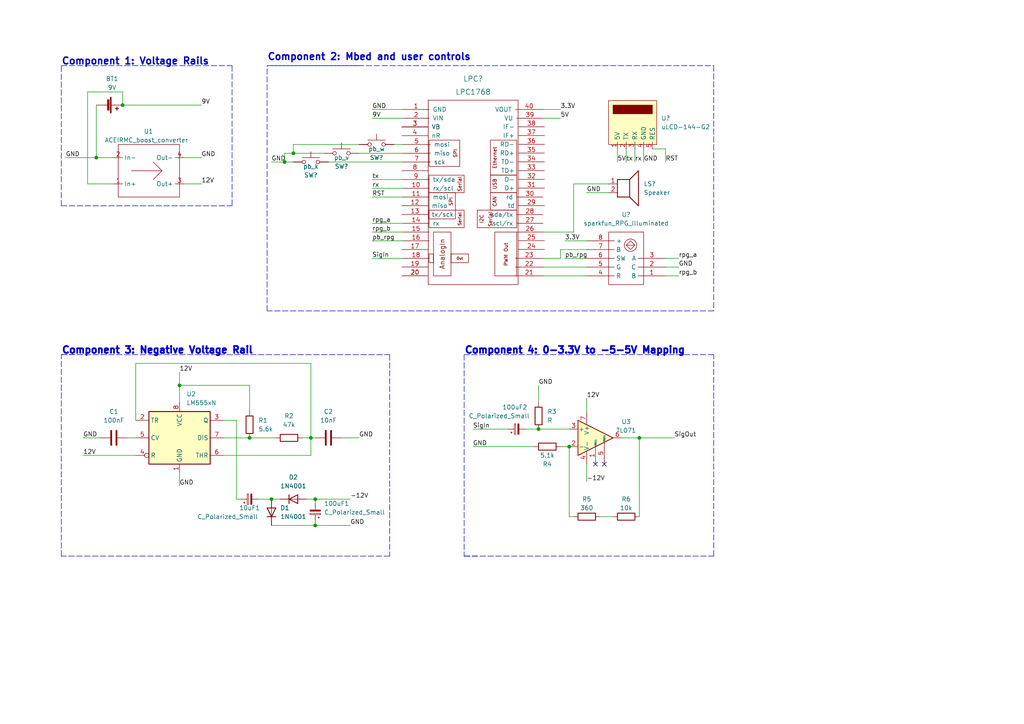
<source format=kicad_sch>
(kicad_sch (version 20211123) (generator eeschema)

  (uuid b4e13e2a-b1f5-417e-8d80-b3e4cb5e5e55)

  (paper "A4")

  (lib_symbols
    (symbol "Amplifier_Operational:TL071" (pin_names (offset 0.127)) (in_bom yes) (on_board yes)
      (property "Reference" "U" (id 0) (at 0 6.35 0)
        (effects (font (size 1.27 1.27)) (justify left))
      )
      (property "Value" "TL071" (id 1) (at 0 3.81 0)
        (effects (font (size 1.27 1.27)) (justify left))
      )
      (property "Footprint" "" (id 2) (at 1.27 1.27 0)
        (effects (font (size 1.27 1.27)) hide)
      )
      (property "Datasheet" "http://www.ti.com/lit/ds/symlink/tl071.pdf" (id 3) (at 3.81 3.81 0)
        (effects (font (size 1.27 1.27)) hide)
      )
      (property "ki_keywords" "singel opamp" (id 4) (at 0 0 0)
        (effects (font (size 1.27 1.27)) hide)
      )
      (property "ki_description" "Single Low-Noise JFET-Input Operational Amplifiers, DIP-8/SOIC-8" (id 5) (at 0 0 0)
        (effects (font (size 1.27 1.27)) hide)
      )
      (property "ki_fp_filters" "SOIC*3.9x4.9mm*P1.27mm* DIP*W7.62mm* TSSOP*3x3mm*P0.65mm*" (id 6) (at 0 0 0)
        (effects (font (size 1.27 1.27)) hide)
      )
      (symbol "TL071_0_1"
        (polyline
          (pts
            (xy -5.08 5.08)
            (xy 5.08 0)
            (xy -5.08 -5.08)
            (xy -5.08 5.08)
          )
          (stroke (width 0.254) (type default) (color 0 0 0 0))
          (fill (type background))
        )
      )
      (symbol "TL071_1_1"
        (pin input line (at 0 -7.62 90) (length 5.08)
          (name "NULL" (effects (font (size 0.508 0.508))))
          (number "1" (effects (font (size 1.27 1.27))))
        )
        (pin input line (at -7.62 -2.54 0) (length 2.54)
          (name "-" (effects (font (size 1.27 1.27))))
          (number "2" (effects (font (size 1.27 1.27))))
        )
        (pin input line (at -7.62 2.54 0) (length 2.54)
          (name "+" (effects (font (size 1.27 1.27))))
          (number "3" (effects (font (size 1.27 1.27))))
        )
        (pin power_in line (at -2.54 -7.62 90) (length 3.81)
          (name "V-" (effects (font (size 1.27 1.27))))
          (number "4" (effects (font (size 1.27 1.27))))
        )
        (pin input line (at 2.54 -7.62 90) (length 6.35)
          (name "NULL" (effects (font (size 0.508 0.508))))
          (number "5" (effects (font (size 1.27 1.27))))
        )
        (pin output line (at 7.62 0 180) (length 2.54)
          (name "~" (effects (font (size 1.27 1.27))))
          (number "6" (effects (font (size 1.27 1.27))))
        )
        (pin power_in line (at -2.54 7.62 270) (length 3.81)
          (name "V+" (effects (font (size 1.27 1.27))))
          (number "7" (effects (font (size 1.27 1.27))))
        )
        (pin no_connect line (at 0 2.54 270) (length 2.54) hide
          (name "NC" (effects (font (size 1.27 1.27))))
          (number "8" (effects (font (size 1.27 1.27))))
        )
      )
    )
    (symbol "Device:Battery_Cell" (pin_numbers hide) (pin_names (offset 0) hide) (in_bom yes) (on_board yes)
      (property "Reference" "BT" (id 0) (at 2.54 2.54 0)
        (effects (font (size 1.27 1.27)) (justify left))
      )
      (property "Value" "Battery_Cell" (id 1) (at 2.54 0 0)
        (effects (font (size 1.27 1.27)) (justify left))
      )
      (property "Footprint" "" (id 2) (at 0 1.524 90)
        (effects (font (size 1.27 1.27)) hide)
      )
      (property "Datasheet" "~" (id 3) (at 0 1.524 90)
        (effects (font (size 1.27 1.27)) hide)
      )
      (property "ki_keywords" "battery cell" (id 4) (at 0 0 0)
        (effects (font (size 1.27 1.27)) hide)
      )
      (property "ki_description" "Single-cell battery" (id 5) (at 0 0 0)
        (effects (font (size 1.27 1.27)) hide)
      )
      (symbol "Battery_Cell_0_1"
        (rectangle (start -2.286 1.778) (end 2.286 1.524)
          (stroke (width 0) (type default) (color 0 0 0 0))
          (fill (type outline))
        )
        (rectangle (start -1.5748 1.1938) (end 1.4732 0.6858)
          (stroke (width 0) (type default) (color 0 0 0 0))
          (fill (type outline))
        )
        (polyline
          (pts
            (xy 0 0.762)
            (xy 0 0)
          )
          (stroke (width 0) (type default) (color 0 0 0 0))
          (fill (type none))
        )
        (polyline
          (pts
            (xy 0 1.778)
            (xy 0 2.54)
          )
          (stroke (width 0) (type default) (color 0 0 0 0))
          (fill (type none))
        )
        (polyline
          (pts
            (xy 0.508 3.429)
            (xy 1.524 3.429)
          )
          (stroke (width 0.254) (type default) (color 0 0 0 0))
          (fill (type none))
        )
        (polyline
          (pts
            (xy 1.016 3.937)
            (xy 1.016 2.921)
          )
          (stroke (width 0.254) (type default) (color 0 0 0 0))
          (fill (type none))
        )
      )
      (symbol "Battery_Cell_1_1"
        (pin passive line (at 0 5.08 270) (length 2.54)
          (name "+" (effects (font (size 1.27 1.27))))
          (number "1" (effects (font (size 1.27 1.27))))
        )
        (pin passive line (at 0 -2.54 90) (length 2.54)
          (name "-" (effects (font (size 1.27 1.27))))
          (number "2" (effects (font (size 1.27 1.27))))
        )
      )
    )
    (symbol "Device:C" (pin_numbers hide) (pin_names (offset 0.254)) (in_bom yes) (on_board yes)
      (property "Reference" "C" (id 0) (at 0.635 2.54 0)
        (effects (font (size 1.27 1.27)) (justify left))
      )
      (property "Value" "C" (id 1) (at 0.635 -2.54 0)
        (effects (font (size 1.27 1.27)) (justify left))
      )
      (property "Footprint" "" (id 2) (at 0.9652 -3.81 0)
        (effects (font (size 1.27 1.27)) hide)
      )
      (property "Datasheet" "~" (id 3) (at 0 0 0)
        (effects (font (size 1.27 1.27)) hide)
      )
      (property "ki_keywords" "cap capacitor" (id 4) (at 0 0 0)
        (effects (font (size 1.27 1.27)) hide)
      )
      (property "ki_description" "Unpolarized capacitor" (id 5) (at 0 0 0)
        (effects (font (size 1.27 1.27)) hide)
      )
      (property "ki_fp_filters" "C_*" (id 6) (at 0 0 0)
        (effects (font (size 1.27 1.27)) hide)
      )
      (symbol "C_0_1"
        (polyline
          (pts
            (xy -2.032 -0.762)
            (xy 2.032 -0.762)
          )
          (stroke (width 0.508) (type default) (color 0 0 0 0))
          (fill (type none))
        )
        (polyline
          (pts
            (xy -2.032 0.762)
            (xy 2.032 0.762)
          )
          (stroke (width 0.508) (type default) (color 0 0 0 0))
          (fill (type none))
        )
      )
      (symbol "C_1_1"
        (pin passive line (at 0 3.81 270) (length 2.794)
          (name "~" (effects (font (size 1.27 1.27))))
          (number "1" (effects (font (size 1.27 1.27))))
        )
        (pin passive line (at 0 -3.81 90) (length 2.794)
          (name "~" (effects (font (size 1.27 1.27))))
          (number "2" (effects (font (size 1.27 1.27))))
        )
      )
    )
    (symbol "Device:C_Polarized_Small" (pin_numbers hide) (pin_names (offset 0.254) hide) (in_bom yes) (on_board yes)
      (property "Reference" "C" (id 0) (at 0.254 1.778 0)
        (effects (font (size 1.27 1.27)) (justify left))
      )
      (property "Value" "C_Polarized_Small" (id 1) (at 0.254 -2.032 0)
        (effects (font (size 1.27 1.27)) (justify left))
      )
      (property "Footprint" "" (id 2) (at 0 0 0)
        (effects (font (size 1.27 1.27)) hide)
      )
      (property "Datasheet" "~" (id 3) (at 0 0 0)
        (effects (font (size 1.27 1.27)) hide)
      )
      (property "ki_keywords" "cap capacitor" (id 4) (at 0 0 0)
        (effects (font (size 1.27 1.27)) hide)
      )
      (property "ki_description" "Polarized capacitor, small symbol" (id 5) (at 0 0 0)
        (effects (font (size 1.27 1.27)) hide)
      )
      (property "ki_fp_filters" "CP_*" (id 6) (at 0 0 0)
        (effects (font (size 1.27 1.27)) hide)
      )
      (symbol "C_Polarized_Small_0_1"
        (rectangle (start -1.524 -0.3048) (end 1.524 -0.6858)
          (stroke (width 0) (type default) (color 0 0 0 0))
          (fill (type outline))
        )
        (rectangle (start -1.524 0.6858) (end 1.524 0.3048)
          (stroke (width 0) (type default) (color 0 0 0 0))
          (fill (type none))
        )
        (polyline
          (pts
            (xy -1.27 1.524)
            (xy -0.762 1.524)
          )
          (stroke (width 0) (type default) (color 0 0 0 0))
          (fill (type none))
        )
        (polyline
          (pts
            (xy -1.016 1.27)
            (xy -1.016 1.778)
          )
          (stroke (width 0) (type default) (color 0 0 0 0))
          (fill (type none))
        )
      )
      (symbol "C_Polarized_Small_1_1"
        (pin passive line (at 0 2.54 270) (length 1.8542)
          (name "~" (effects (font (size 1.27 1.27))))
          (number "1" (effects (font (size 1.27 1.27))))
        )
        (pin passive line (at 0 -2.54 90) (length 1.8542)
          (name "~" (effects (font (size 1.27 1.27))))
          (number "2" (effects (font (size 1.27 1.27))))
        )
      )
    )
    (symbol "Device:D" (pin_numbers hide) (pin_names (offset 1.016) hide) (in_bom yes) (on_board yes)
      (property "Reference" "D" (id 0) (at 0 2.54 0)
        (effects (font (size 1.27 1.27)))
      )
      (property "Value" "D" (id 1) (at 0 -2.54 0)
        (effects (font (size 1.27 1.27)))
      )
      (property "Footprint" "" (id 2) (at 0 0 0)
        (effects (font (size 1.27 1.27)) hide)
      )
      (property "Datasheet" "~" (id 3) (at 0 0 0)
        (effects (font (size 1.27 1.27)) hide)
      )
      (property "ki_keywords" "diode" (id 4) (at 0 0 0)
        (effects (font (size 1.27 1.27)) hide)
      )
      (property "ki_description" "Diode" (id 5) (at 0 0 0)
        (effects (font (size 1.27 1.27)) hide)
      )
      (property "ki_fp_filters" "TO-???* *_Diode_* *SingleDiode* D_*" (id 6) (at 0 0 0)
        (effects (font (size 1.27 1.27)) hide)
      )
      (symbol "D_0_1"
        (polyline
          (pts
            (xy -1.27 1.27)
            (xy -1.27 -1.27)
          )
          (stroke (width 0.254) (type default) (color 0 0 0 0))
          (fill (type none))
        )
        (polyline
          (pts
            (xy 1.27 0)
            (xy -1.27 0)
          )
          (stroke (width 0) (type default) (color 0 0 0 0))
          (fill (type none))
        )
        (polyline
          (pts
            (xy 1.27 1.27)
            (xy 1.27 -1.27)
            (xy -1.27 0)
            (xy 1.27 1.27)
          )
          (stroke (width 0.254) (type default) (color 0 0 0 0))
          (fill (type none))
        )
      )
      (symbol "D_1_1"
        (pin passive line (at -3.81 0 0) (length 2.54)
          (name "K" (effects (font (size 1.27 1.27))))
          (number "1" (effects (font (size 1.27 1.27))))
        )
        (pin passive line (at 3.81 0 180) (length 2.54)
          (name "A" (effects (font (size 1.27 1.27))))
          (number "2" (effects (font (size 1.27 1.27))))
        )
      )
    )
    (symbol "Device:R" (pin_numbers hide) (pin_names (offset 0)) (in_bom yes) (on_board yes)
      (property "Reference" "R" (id 0) (at 2.032 0 90)
        (effects (font (size 1.27 1.27)))
      )
      (property "Value" "R" (id 1) (at 0 0 90)
        (effects (font (size 1.27 1.27)))
      )
      (property "Footprint" "" (id 2) (at -1.778 0 90)
        (effects (font (size 1.27 1.27)) hide)
      )
      (property "Datasheet" "~" (id 3) (at 0 0 0)
        (effects (font (size 1.27 1.27)) hide)
      )
      (property "ki_keywords" "R res resistor" (id 4) (at 0 0 0)
        (effects (font (size 1.27 1.27)) hide)
      )
      (property "ki_description" "Resistor" (id 5) (at 0 0 0)
        (effects (font (size 1.27 1.27)) hide)
      )
      (property "ki_fp_filters" "R_*" (id 6) (at 0 0 0)
        (effects (font (size 1.27 1.27)) hide)
      )
      (symbol "R_0_1"
        (rectangle (start -1.016 -2.54) (end 1.016 2.54)
          (stroke (width 0.254) (type default) (color 0 0 0 0))
          (fill (type none))
        )
      )
      (symbol "R_1_1"
        (pin passive line (at 0 3.81 270) (length 1.27)
          (name "~" (effects (font (size 1.27 1.27))))
          (number "1" (effects (font (size 1.27 1.27))))
        )
        (pin passive line (at 0 -3.81 90) (length 1.27)
          (name "~" (effects (font (size 1.27 1.27))))
          (number "2" (effects (font (size 1.27 1.27))))
        )
      )
    )
    (symbol "Device:Speaker" (pin_names (offset 0) hide) (in_bom yes) (on_board yes)
      (property "Reference" "LS" (id 0) (at 1.27 5.715 0)
        (effects (font (size 1.27 1.27)) (justify right))
      )
      (property "Value" "Speaker" (id 1) (at 1.27 3.81 0)
        (effects (font (size 1.27 1.27)) (justify right))
      )
      (property "Footprint" "" (id 2) (at 0 -5.08 0)
        (effects (font (size 1.27 1.27)) hide)
      )
      (property "Datasheet" "~" (id 3) (at -0.254 -1.27 0)
        (effects (font (size 1.27 1.27)) hide)
      )
      (property "ki_keywords" "speaker sound" (id 4) (at 0 0 0)
        (effects (font (size 1.27 1.27)) hide)
      )
      (property "ki_description" "Speaker" (id 5) (at 0 0 0)
        (effects (font (size 1.27 1.27)) hide)
      )
      (symbol "Speaker_0_0"
        (rectangle (start -2.54 1.27) (end 1.016 -3.81)
          (stroke (width 0.254) (type default) (color 0 0 0 0))
          (fill (type none))
        )
        (polyline
          (pts
            (xy 1.016 1.27)
            (xy 3.556 3.81)
            (xy 3.556 -6.35)
            (xy 1.016 -3.81)
          )
          (stroke (width 0.254) (type default) (color 0 0 0 0))
          (fill (type none))
        )
      )
      (symbol "Speaker_1_1"
        (pin input line (at -5.08 0 0) (length 2.54)
          (name "1" (effects (font (size 1.27 1.27))))
          (number "1" (effects (font (size 1.27 1.27))))
        )
        (pin input line (at -5.08 -2.54 0) (length 2.54)
          (name "2" (effects (font (size 1.27 1.27))))
          (number "2" (effects (font (size 1.27 1.27))))
        )
      )
    )
    (symbol "Switch:SW_Push" (pin_numbers hide) (pin_names (offset 1.016) hide) (in_bom yes) (on_board yes)
      (property "Reference" "SW" (id 0) (at 1.27 2.54 0)
        (effects (font (size 1.27 1.27)) (justify left))
      )
      (property "Value" "SW_Push" (id 1) (at 0 -1.524 0)
        (effects (font (size 1.27 1.27)))
      )
      (property "Footprint" "" (id 2) (at 0 5.08 0)
        (effects (font (size 1.27 1.27)) hide)
      )
      (property "Datasheet" "~" (id 3) (at 0 5.08 0)
        (effects (font (size 1.27 1.27)) hide)
      )
      (property "ki_keywords" "switch normally-open pushbutton push-button" (id 4) (at 0 0 0)
        (effects (font (size 1.27 1.27)) hide)
      )
      (property "ki_description" "Push button switch, generic, two pins" (id 5) (at 0 0 0)
        (effects (font (size 1.27 1.27)) hide)
      )
      (symbol "SW_Push_0_1"
        (circle (center -2.032 0) (radius 0.508)
          (stroke (width 0) (type default) (color 0 0 0 0))
          (fill (type none))
        )
        (polyline
          (pts
            (xy 0 1.27)
            (xy 0 3.048)
          )
          (stroke (width 0) (type default) (color 0 0 0 0))
          (fill (type none))
        )
        (polyline
          (pts
            (xy 2.54 1.27)
            (xy -2.54 1.27)
          )
          (stroke (width 0) (type default) (color 0 0 0 0))
          (fill (type none))
        )
        (circle (center 2.032 0) (radius 0.508)
          (stroke (width 0) (type default) (color 0 0 0 0))
          (fill (type none))
        )
        (pin passive line (at -5.08 0 0) (length 2.54)
          (name "1" (effects (font (size 1.27 1.27))))
          (number "1" (effects (font (size 1.27 1.27))))
        )
        (pin passive line (at 5.08 0 180) (length 2.54)
          (name "2" (effects (font (size 1.27 1.27))))
          (number "2" (effects (font (size 1.27 1.27))))
        )
      )
    )
    (symbol "Timer:LM555xN" (in_bom yes) (on_board yes)
      (property "Reference" "U" (id 0) (at -10.16 8.89 0)
        (effects (font (size 1.27 1.27)) (justify left))
      )
      (property "Value" "LM555xN" (id 1) (at 2.54 8.89 0)
        (effects (font (size 1.27 1.27)) (justify left))
      )
      (property "Footprint" "Package_DIP:DIP-8_W7.62mm" (id 2) (at 16.51 -10.16 0)
        (effects (font (size 1.27 1.27)) hide)
      )
      (property "Datasheet" "http://www.ti.com/lit/ds/symlink/lm555.pdf" (id 3) (at 21.59 -10.16 0)
        (effects (font (size 1.27 1.27)) hide)
      )
      (property "ki_keywords" "single timer 555" (id 4) (at 0 0 0)
        (effects (font (size 1.27 1.27)) hide)
      )
      (property "ki_description" "Timer, 555 compatible, PDIP-8" (id 5) (at 0 0 0)
        (effects (font (size 1.27 1.27)) hide)
      )
      (property "ki_fp_filters" "DIP*W7.62mm*" (id 6) (at 0 0 0)
        (effects (font (size 1.27 1.27)) hide)
      )
      (symbol "LM555xN_0_0"
        (pin power_in line (at 0 -10.16 90) (length 2.54)
          (name "GND" (effects (font (size 1.27 1.27))))
          (number "1" (effects (font (size 1.27 1.27))))
        )
        (pin power_in line (at 0 10.16 270) (length 2.54)
          (name "VCC" (effects (font (size 1.27 1.27))))
          (number "8" (effects (font (size 1.27 1.27))))
        )
      )
      (symbol "LM555xN_0_1"
        (rectangle (start -8.89 -7.62) (end 8.89 7.62)
          (stroke (width 0.254) (type default) (color 0 0 0 0))
          (fill (type background))
        )
        (rectangle (start -8.89 -7.62) (end 8.89 7.62)
          (stroke (width 0.254) (type default) (color 0 0 0 0))
          (fill (type background))
        )
      )
      (symbol "LM555xN_1_1"
        (pin input line (at -12.7 5.08 0) (length 3.81)
          (name "TR" (effects (font (size 1.27 1.27))))
          (number "2" (effects (font (size 1.27 1.27))))
        )
        (pin output line (at 12.7 5.08 180) (length 3.81)
          (name "Q" (effects (font (size 1.27 1.27))))
          (number "3" (effects (font (size 1.27 1.27))))
        )
        (pin input inverted (at -12.7 -5.08 0) (length 3.81)
          (name "R" (effects (font (size 1.27 1.27))))
          (number "4" (effects (font (size 1.27 1.27))))
        )
        (pin input line (at -12.7 0 0) (length 3.81)
          (name "CV" (effects (font (size 1.27 1.27))))
          (number "5" (effects (font (size 1.27 1.27))))
        )
        (pin input line (at 12.7 -5.08 180) (length 3.81)
          (name "THR" (effects (font (size 1.27 1.27))))
          (number "6" (effects (font (size 1.27 1.27))))
        )
        (pin input line (at 12.7 0 180) (length 3.81)
          (name "DIS" (effects (font (size 1.27 1.27))))
          (number "7" (effects (font (size 1.27 1.27))))
        )
      )
    )
    (symbol "buck boost converters:ACEIRMC_boost_converter" (in_bom yes) (on_board yes)
      (property "Reference" "U" (id 0) (at 0 0 0)
        (effects (font (size 1.27 1.27)))
      )
      (property "Value" "ACEIRMC_boost_converter" (id 1) (at 0 0 0)
        (effects (font (size 1.27 1.27)))
      )
      (property "Footprint" "" (id 2) (at 0 0 0)
        (effects (font (size 1.27 1.27)) hide)
      )
      (property "Datasheet" "" (id 3) (at 0 0 0)
        (effects (font (size 1.27 1.27)) hide)
      )
      (symbol "ACEIRMC_boost_converter_0_1"
        (rectangle (start -7.62 -1.27) (end 7.62 -19.05)
          (stroke (width 0) (type default) (color 0 0 0 0))
          (fill (type none))
        )
        (polyline
          (pts
            (xy 0 -5.08)
            (xy 0 -13.97)
            (xy 2.54 -11.43)
            (xy 0 -13.97)
            (xy -2.54 -11.43)
            (xy 0 -13.97)
          )
          (stroke (width 0) (type default) (color 0 0 0 0))
          (fill (type none))
        )
      )
      (symbol "ACEIRMC_boost_converter_1_1"
        (pin input line (at -3.81 0 270) (length 2.54)
          (name "In+" (effects (font (size 1.27 1.27))))
          (number "1" (effects (font (size 1.27 1.27))))
        )
        (pin input line (at 3.81 0 270) (length 2.54)
          (name "In-" (effects (font (size 1.27 1.27))))
          (number "2" (effects (font (size 1.27 1.27))))
        )
        (pin output line (at -3.81 -20.32 90) (length 2.54)
          (name "Out+" (effects (font (size 1.27 1.27))))
          (number "3" (effects (font (size 1.27 1.27))))
        )
        (pin output line (at 3.81 -20.32 90) (length 2.54)
          (name "Out-" (effects (font (size 1.27 1.27))))
          (number "4" (effects (font (size 1.27 1.27))))
        )
      )
    )
    (symbol "my_lcds:uLCD-144-G2" (in_bom yes) (on_board yes)
      (property "Reference" "U" (id 0) (at 0 2.54 0)
        (effects (font (size 1.27 1.27)))
      )
      (property "Value" "uLCD-144-G2" (id 1) (at 0 0 0)
        (effects (font (size 1.27 1.27)))
      )
      (property "Footprint" "" (id 2) (at 0 0 0)
        (effects (font (size 1.27 1.27)) hide)
      )
      (property "Datasheet" "" (id 3) (at 0 0 0)
        (effects (font (size 1.27 1.27)) hide)
      )
      (symbol "uLCD-144-G2_0_1"
        (rectangle (start -6.35 -1.27) (end 7.62 -13.97)
          (stroke (width 0) (type default) (color 0 0 0 0))
          (fill (type background))
        )
        (rectangle (start -5.08 -2.54) (end 6.35 -5.08)
          (stroke (width 0) (type default) (color 0 0 0 0))
          (fill (type outline))
        )
      )
      (symbol "uLCD-144-G2_1_1"
        (pin passive line (at -3.81 -15.24 90) (length 2)
          (name "5V" (effects (font (size 1.27 1.27))))
          (number "1" (effects (font (size 1.27 1.27))))
        )
        (pin passive line (at -1.27 -15.24 90) (length 2)
          (name "TX" (effects (font (size 1.27 1.27))))
          (number "2" (effects (font (size 1.27 1.27))))
        )
        (pin passive line (at 1.27 -15.24 90) (length 2)
          (name "RX" (effects (font (size 1.27 1.27))))
          (number "3" (effects (font (size 1.27 1.27))))
        )
        (pin passive line (at 3.81 -15.24 90) (length 2)
          (name "GND" (effects (font (size 1.27 1.27))))
          (number "4" (effects (font (size 1.27 1.27))))
        )
        (pin passive line (at 6.35 -15.24 90) (length 2)
          (name "RES" (effects (font (size 1.27 1.27))))
          (number "5" (effects (font (size 1.27 1.27))))
        )
      )
    )
    (symbol "my_mbed_lib:LPC1768" (pin_names (offset 1.016)) (in_bom yes) (on_board yes)
      (property "Reference" "LPC?" (id 0) (at 0.0762 33.02 0)
        (effects (font (size 1.524 1.524)))
      )
      (property "Value" "LPC1768" (id 1) (at 0.0762 29.21 0)
        (effects (font (size 1.524 1.524)))
      )
      (property "Footprint" "" (id 2) (at 0 0 0)
        (effects (font (size 1.27 1.27)) hide)
      )
      (property "Datasheet" "" (id 3) (at 0 0 0)
        (effects (font (size 1.27 1.27)) hide)
      )
      (symbol "LPC1768_0_0"
        (rectangle (start -12.7 -5.08) (end -2.54 -10.16)
          (stroke (width 0) (type default) (color 0 0 0 0))
          (fill (type none))
        )
        (rectangle (start -12.7 0) (end -5.08 -7.62)
          (stroke (width 0) (type default) (color 0 0 0 0))
          (fill (type none))
        )
        (rectangle (start -12.7 5.08) (end -2.54 0)
          (stroke (width 0) (type default) (color 0 0 0 0))
          (fill (type none))
        )
        (rectangle (start -12.7 15.24) (end -3.81 7.62)
          (stroke (width 0) (type default) (color 0 0 0 0))
          (fill (type none))
        )
        (rectangle (start -11.43 -17.78) (end -12.7 -20.32)
          (stroke (width 0) (type default) (color 0 0 0 0))
          (fill (type none))
        )
        (rectangle (start -11.43 -11.43) (end -6.35 -24.13)
          (stroke (width 0) (type default) (color 0 0 0 0))
          (fill (type none))
        )
        (rectangle (start -6.35 -17.78) (end -1.27 -20.32)
          (stroke (width 0) (type default) (color 0 0 0 0))
          (fill (type none))
        )
        (rectangle (start 12.7 -11.43) (end 6.35 -24.13)
          (stroke (width 0) (type default) (color 0 0 0 0))
          (fill (type none))
        )
        (rectangle (start 12.7 -5.08) (end 1.27 -10.16)
          (stroke (width 0) (type default) (color 0 0 0 0))
          (fill (type none))
        )
        (rectangle (start 12.7 0) (end 5.08 -5.08)
          (stroke (width 0) (type default) (color 0 0 0 0))
          (fill (type none))
        )
        (text "AnalogIn" (at -8.89 -17.78 900)
          (effects (font (size 1.3716 1.3716)))
        )
        (text "CAN" (at 6.35 -2.54 900)
          (effects (font (size 1.016 1.016)))
        )
        (text "Ethernet" (at 6.35 10.16 900)
          (effects (font (size 1.016 1.016)))
        )
        (text "I2C" (at 2.54 -7.62 900)
          (effects (font (size 1.016 1.016)))
        )
        (text "Out" (at -3.81 -19.05 0)
          (effects (font (size 0.7112 0.7112)))
        )
        (text "PWM Out" (at 9.6012 -17.8816 900)
          (effects (font (size 1.016 1.016)))
        )
        (text "Serial" (at -3.81 -7.62 900)
          (effects (font (size 0.889 0.889)))
        )
        (text "Serial" (at -3.81 2.54 900)
          (effects (font (size 1.016 1.016)))
        )
        (text "Serial" (at 5.08 -7.62 900)
          (effects (font (size 1.016 1.016)))
        )
        (text "SPI" (at -6.35 -2.54 900)
          (effects (font (size 1.016 1.016)))
        )
        (text "SPI" (at -5.08 11.43 900)
          (effects (font (size 1.016 1.016)))
        )
        (text "USB" (at 6.35 2.54 900)
          (effects (font (size 1.016 1.016)))
        )
      )
      (symbol "LPC1768_0_1"
        (rectangle (start -12.954 26.8224) (end 13.1064 -26.67)
          (stroke (width 0) (type default) (color 0 0 0 0))
          (fill (type none))
        )
        (rectangle (start 12.7 5.08) (end 5.08 0)
          (stroke (width 0) (type default) (color 0 0 0 0))
          (fill (type none))
        )
        (rectangle (start 12.7 15.24) (end 5.08 5.08)
          (stroke (width 0) (type default) (color 0 0 0 0))
          (fill (type none))
        )
      )
      (symbol "LPC1768_1_1"
        (pin passive line (at -20.32 24.13 0) (length 7.62)
          (name "GND" (effects (font (size 1.27 1.27))))
          (number "1" (effects (font (size 1.27 1.27))))
        )
        (pin passive line (at -20.32 1.27 0) (length 7.62)
          (name "rx/scl" (effects (font (size 1.27 1.27))))
          (number "10" (effects (font (size 1.27 1.27))))
        )
        (pin passive line (at -20.32 -1.27 0) (length 7.62)
          (name "mosi" (effects (font (size 1.27 1.27))))
          (number "11" (effects (font (size 1.27 1.27))))
        )
        (pin input line (at -20.6248 -3.7846 0) (length 7.62)
          (name "miso" (effects (font (size 1.27 1.27))))
          (number "12" (effects (font (size 1.27 1.27))))
        )
        (pin output line (at -20.6248 -6.3246 0) (length 7.62)
          (name "tx/sck" (effects (font (size 1.27 1.27))))
          (number "13" (effects (font (size 1.27 1.27))))
        )
        (pin passive line (at -20.32 -8.89 0) (length 7.62)
          (name "rx" (effects (font (size 1.27 1.27))))
          (number "14" (effects (font (size 1.27 1.27))))
        )
        (pin passive line (at -20.32 -11.43 0) (length 7.62)
          (name "" (effects (font (size 1.27 1.27))))
          (number "15" (effects (font (size 1.27 1.27))))
        )
        (pin passive line (at -20.32 -13.97 0) (length 7.62)
          (name "" (effects (font (size 1.27 1.27))))
          (number "16" (effects (font (size 1.27 1.27))))
        )
        (pin passive line (at -20.6248 -16.4846 0) (length 7.62)
          (name "~" (effects (font (size 1.27 1.27))))
          (number "17" (effects (font (size 1.27 1.27))))
        )
        (pin passive line (at -20.32 -19.05 0) (length 7.62)
          (name "" (effects (font (size 1.27 1.27))))
          (number "18" (effects (font (size 1.27 1.27))))
        )
        (pin input line (at -20.6248 -21.5646 0) (length 7.62)
          (name "~" (effects (font (size 1.27 1.27))))
          (number "19" (effects (font (size 1.27 1.27))))
        )
        (pin passive line (at -20.32 21.59 0) (length 7.62)
          (name "VIN" (effects (font (size 1.27 1.27))))
          (number "2" (effects (font (size 1.27 1.27))))
        )
        (pin input line (at -20.6248 -24.1046 0) (length 7.62)
          (name "~" (effects (font (size 1.27 1.27))))
          (number "20" (effects (font (size 1.27 1.27))))
        )
        (pin input line (at -20.6248 -24.1046 0) (length 7.62)
          (name "~" (effects (font (size 1.27 1.27))))
          (number "20" (effects (font (size 1.27 1.27))))
        )
        (pin passive line (at 20.32 -24.13 180) (length 8)
          (name "" (effects (font (size 1.27 1.27))))
          (number "21" (effects (font (size 1.27 1.27))))
        )
        (pin passive line (at 20.32 -21.59 180) (length 8)
          (name "" (effects (font (size 1.27 1.27))))
          (number "22" (effects (font (size 1.27 1.27))))
        )
        (pin passive line (at 20.32 -19.05 180) (length 8)
          (name "" (effects (font (size 1.27 1.27))))
          (number "23" (effects (font (size 1.27 1.27))))
        )
        (pin output line (at 20.7772 -16.4592 180) (length 7.62)
          (name "~" (effects (font (size 1.27 1.27))))
          (number "24" (effects (font (size 1.27 1.27))))
        )
        (pin output line (at 20.7772 -13.9192 180) (length 7.62)
          (name "~" (effects (font (size 1.27 1.27))))
          (number "25" (effects (font (size 1.27 1.27))))
        )
        (pin input line (at 20.32 -11.43 180) (length 7.62)
          (name "" (effects (font (size 1.27 1.27))))
          (number "26" (effects (font (size 1.27 1.27))))
        )
        (pin input line (at 20.32 -8.89 180) (length 7.62)
          (name "scl/rx" (effects (font (size 1.27 1.27))))
          (number "27" (effects (font (size 1.27 1.27))))
        )
        (pin output line (at 20.32 -6.35 180) (length 7.62)
          (name "sda/tx" (effects (font (size 1.27 1.27))))
          (number "28" (effects (font (size 1.27 1.27))))
        )
        (pin output line (at 20.7772 -3.7592 180) (length 7.62)
          (name "td" (effects (font (size 1.27 1.27))))
          (number "29" (effects (font (size 1.27 1.27))))
        )
        (pin power_out line (at -20.6248 19.0754 0) (length 7.62)
          (name "VB" (effects (font (size 1.27 1.27))))
          (number "3" (effects (font (size 1.27 1.27))))
        )
        (pin power_out line (at -20.6248 19.0754 0) (length 7.62)
          (name "VB" (effects (font (size 1.27 1.27))))
          (number "3" (effects (font (size 1.27 1.27))))
        )
        (pin input line (at 20.32 -1.27 180) (length 7.62)
          (name "rd" (effects (font (size 1.27 1.27))))
          (number "30" (effects (font (size 1.27 1.27))))
        )
        (pin bidirectional line (at 20.7772 1.3208 180) (length 7.62)
          (name "D+" (effects (font (size 1.27 1.27))))
          (number "31" (effects (font (size 1.27 1.27))))
        )
        (pin bidirectional line (at 20.7772 3.8608 180) (length 7.62)
          (name "D-" (effects (font (size 1.27 1.27))))
          (number "32" (effects (font (size 1.27 1.27))))
        )
        (pin power_out line (at 20.7772 6.4008 180) (length 7.62)
          (name "TD+" (effects (font (size 1.27 1.27))))
          (number "33" (effects (font (size 1.27 1.27))))
        )
        (pin bidirectional line (at 20.7772 8.9408 180) (length 7.62)
          (name "TD-" (effects (font (size 1.27 1.27))))
          (number "34" (effects (font (size 1.27 1.27))))
        )
        (pin bidirectional line (at 20.7772 11.4808 180) (length 7.62)
          (name "RD+" (effects (font (size 1.27 1.27))))
          (number "35" (effects (font (size 1.27 1.27))))
        )
        (pin output line (at 20.7772 14.0208 180) (length 7.62)
          (name "RD-" (effects (font (size 1.27 1.27))))
          (number "36" (effects (font (size 1.27 1.27))))
        )
        (pin power_out line (at 20.7772 16.5608 180) (length 7.62)
          (name "IF+" (effects (font (size 1.27 1.27))))
          (number "37" (effects (font (size 1.27 1.27))))
        )
        (pin passive line (at 20.7772 19.1008 180) (length 7.62)
          (name "IF-" (effects (font (size 1.27 1.27))))
          (number "38" (effects (font (size 1.27 1.27))))
        )
        (pin passive line (at 20.32 21.59 180) (length 7.62)
          (name "VU" (effects (font (size 1.27 1.27))))
          (number "39" (effects (font (size 1.27 1.27))))
        )
        (pin passive line (at -20.6248 16.5354 0) (length 7.62)
          (name "nR" (effects (font (size 1.27 1.27))))
          (number "4" (effects (font (size 1.27 1.27))))
        )
        (pin passive line (at 20.32 24.13 180) (length 8)
          (name "VOUT" (effects (font (size 1.27 1.27))))
          (number "40" (effects (font (size 1.27 1.27))))
        )
        (pin passive line (at -20.32 13.97 0) (length 8)
          (name "mosi" (effects (font (size 1.27 1.27))))
          (number "5" (effects (font (size 1.27 1.27))))
        )
        (pin passive line (at -20.32 11.43 0) (length 8)
          (name "miso" (effects (font (size 1.27 1.27))))
          (number "6" (effects (font (size 1.27 1.27))))
        )
        (pin passive line (at -20.32 8.89 0) (length 8)
          (name "sck" (effects (font (size 1.27 1.27))))
          (number "7" (effects (font (size 1.27 1.27))))
        )
        (pin bidirectional line (at -20.6248 6.3754 0) (length 7.62)
          (name "~" (effects (font (size 1.27 1.27))))
          (number "8" (effects (font (size 1.27 1.27))))
        )
        (pin passive line (at -20.32 3.81 0) (length 7.62)
          (name "tx/sda" (effects (font (size 1.27 1.27))))
          (number "9" (effects (font (size 1.27 1.27))))
        )
      )
    )
    (symbol "rotary_encoders:sparkfun_RPG_Illuminated" (in_bom yes) (on_board yes)
      (property "Reference" "U" (id 0) (at 0 2.54 0)
        (effects (font (size 1.27 1.27)))
      )
      (property "Value" "sparkfun_RPG_Illuminated" (id 1) (at 0 0 0)
        (effects (font (size 1.27 1.27)))
      )
      (property "Footprint" "" (id 2) (at 0 0 0)
        (effects (font (size 1.27 1.27)) hide)
      )
      (property "Datasheet" "" (id 3) (at 0 0 0)
        (effects (font (size 1.27 1.27)) hide)
      )
      (symbol "sparkfun_RPG_Illuminated_0_1"
        (rectangle (start -3.81 -1.27) (end 6.35 -16.51)
          (stroke (width 0) (type default) (color 0 0 0 0))
          (fill (type none))
        )
        (circle (center 0 -12.7) (radius 1.7961)
          (stroke (width 0) (type default) (color 0 0 0 0))
          (fill (type none))
        )
        (polyline
          (pts
            (xy -1.27 -12.7)
            (xy 1.27 -12.7)
            (xy 0 -11.43)
            (xy -1.27 -12.7)
            (xy 0 -13.97)
            (xy 1.27 -12.7)
          )
          (stroke (width 0) (type default) (color 0 0 0 0))
          (fill (type none))
        )
      )
      (symbol "sparkfun_RPG_Illuminated_1_1"
        (pin passive line (at -10.16 -3.81 0) (length 8)
          (name "B" (effects (font (size 1.27 1.27))))
          (number "1" (effects (font (size 1.27 1.27))))
        )
        (pin passive line (at -10.16 -6.35 0) (length 8)
          (name "C" (effects (font (size 1.27 1.27))))
          (number "2" (effects (font (size 1.27 1.27))))
        )
        (pin passive line (at -10.16 -8.89 0) (length 8)
          (name "A" (effects (font (size 1.27 1.27))))
          (number "3" (effects (font (size 1.27 1.27))))
        )
        (pin passive line (at 12.7 -3.81 180) (length 8)
          (name "R" (effects (font (size 1.27 1.27))))
          (number "4" (effects (font (size 1.27 1.27))))
        )
        (pin passive line (at 12.7 -6.35 180) (length 8)
          (name "G" (effects (font (size 1.27 1.27))))
          (number "5" (effects (font (size 1.27 1.27))))
        )
        (pin passive line (at 12.7 -8.89 180) (length 8)
          (name "SW" (effects (font (size 1.27 1.27))))
          (number "6" (effects (font (size 1.27 1.27))))
        )
        (pin passive line (at 12.7 -11.43 180) (length 8)
          (name "B" (effects (font (size 1.27 1.27))))
          (number "7" (effects (font (size 1.27 1.27))))
        )
        (pin passive line (at 12.7 -13.97 180) (length 8)
          (name "+" (effects (font (size 1.27 1.27))))
          (number "8" (effects (font (size 1.27 1.27))))
        )
      )
    )
  )

  (junction (at 91.44 144.78) (diameter 0) (color 0 0 0 0)
    (uuid 012ace15-f2e0-4f0d-849b-6c38d12ea1d5)
  )
  (junction (at 91.44 152.4) (diameter 0) (color 0 0 0 0)
    (uuid 0b7b3248-b267-4270-ada6-3f0165cb84c3)
  )
  (junction (at 27.94 45.72) (diameter 0) (color 0 0 0 0)
    (uuid 19e632d5-8244-46cb-8feb-9aebcd709c45)
  )
  (junction (at 82.55 46.99) (diameter 0) (color 0 0 0 0)
    (uuid 1ea03dab-2fd1-4d32-8c5e-fd9812f488b4)
  )
  (junction (at 165.1 129.54) (diameter 0) (color 0 0 0 0)
    (uuid 582c4e15-f41c-4575-a76b-6627a755331b)
  )
  (junction (at 90.17 127) (diameter 0) (color 0 0 0 0)
    (uuid 5d1b10fc-72ea-45b1-aec6-21703fb54391)
  )
  (junction (at 185.42 127) (diameter 0) (color 0 0 0 0)
    (uuid 814826d7-7531-46d0-938e-c1ec04816fb3)
  )
  (junction (at 72.39 127) (diameter 0) (color 0 0 0 0)
    (uuid 89eb09e0-37af-4a82-9d31-185f9a6e4d03)
  )
  (junction (at 52.07 111.76) (diameter 0) (color 0 0 0 0)
    (uuid 8d13d8ed-c42b-4c78-8ee5-7a435f32c880)
  )
  (junction (at 156.21 124.46) (diameter 0) (color 0 0 0 0)
    (uuid 94bc4234-e77d-4720-85ae-af1666243c76)
  )
  (junction (at 78.74 144.78) (diameter 0) (color 0 0 0 0)
    (uuid 9ae35906-e67f-412e-8387-772f3abafb3c)
  )
  (junction (at 35.56 30.48) (diameter 0) (color 0 0 0 0)
    (uuid 9d597e21-36f1-43b9-81e0-a01c4ad7cd5f)
  )
  (junction (at 85.09 44.45) (diameter 0) (color 0 0 0 0)
    (uuid f8c94a7b-1ee1-47f6-aab0-bc82e9fb5677)
  )

  (no_connect (at 175.26 134.62) (uuid ae93e08f-4df4-48a4-b90c-e444c0ae667e))
  (no_connect (at 172.72 134.62) (uuid ae93e08f-4df4-48a4-b90c-e444c0ae667f))

  (wire (pts (xy 25.4 53.34) (xy 33.02 53.34))
    (stroke (width 0) (type default) (color 0 0 0 0))
    (uuid 0274a3d2-01aa-42a5-bb07-329efe998567)
  )
  (wire (pts (xy 99.06 127) (xy 104.14 127))
    (stroke (width 0) (type default) (color 0 0 0 0))
    (uuid 041d8350-0504-4a15-89a8-3a04a865d933)
  )
  (wire (pts (xy 170.18 115.57) (xy 170.18 119.38))
    (stroke (width 0) (type default) (color 0 0 0 0))
    (uuid 04c9ffc6-5538-4266-bcf3-2a4e4a3ae825)
  )
  (wire (pts (xy 180.34 127) (xy 185.42 127))
    (stroke (width 0) (type default) (color 0 0 0 0))
    (uuid 06a835a6-5084-47ee-91d7-8a973b74fc0d)
  )
  (polyline (pts (xy 134.62 161.29) (xy 138.43 161.29))
    (stroke (width 0) (type default) (color 0 0 0 0))
    (uuid 075b4c84-d4e6-481e-bdbe-fbe99dd95b1b)
  )
  (polyline (pts (xy 207.01 161.29) (xy 207.01 102.87))
    (stroke (width 0) (type default) (color 0 0 0 0))
    (uuid 09b4628f-526d-4faf-823b-019556ac5456)
  )

  (wire (pts (xy 64.77 127) (xy 72.39 127))
    (stroke (width 0) (type default) (color 0 0 0 0))
    (uuid 12d0ea95-3db3-4ded-8581-839ca8053569)
  )
  (wire (pts (xy 25.4 26.67) (xy 25.4 53.34))
    (stroke (width 0) (type default) (color 0 0 0 0))
    (uuid 132185fd-751d-468c-927c-61b7be228e0c)
  )
  (wire (pts (xy 91.44 151.13) (xy 91.44 152.4))
    (stroke (width 0) (type default) (color 0 0 0 0))
    (uuid 16599da4-7754-49c2-883f-c320817ede68)
  )
  (wire (pts (xy 90.17 105.41) (xy 39.37 105.41))
    (stroke (width 0) (type default) (color 0 0 0 0))
    (uuid 175de541-d138-4a7b-bf2f-ba49fe945108)
  )
  (wire (pts (xy 107.95 57.15) (xy 116.84 57.15))
    (stroke (width 0) (type default) (color 0 0 0 0))
    (uuid 19ec282d-186b-408b-add5-33c2110d243d)
  )
  (wire (pts (xy 170.18 134.62) (xy 170.18 139.7))
    (stroke (width 0) (type default) (color 0 0 0 0))
    (uuid 1aa96942-43d3-4a94-8dda-c9371476673e)
  )
  (wire (pts (xy 35.56 26.67) (xy 25.4 26.67))
    (stroke (width 0) (type default) (color 0 0 0 0))
    (uuid 1d8ce2cb-a186-42ca-80b5-dbc8b99970e9)
  )
  (wire (pts (xy 91.44 144.78) (xy 101.6 144.78))
    (stroke (width 0) (type default) (color 0 0 0 0))
    (uuid 1f9f2676-0ed8-465c-a6e2-9b51058668db)
  )
  (polyline (pts (xy 207.01 102.87) (xy 134.62 102.87))
    (stroke (width 0) (type default) (color 0 0 0 0))
    (uuid 2135de7c-4346-4d1a-aa51-561c7b3dddf5)
  )

  (wire (pts (xy 107.95 74.93) (xy 116.84 74.93))
    (stroke (width 0) (type default) (color 0 0 0 0))
    (uuid 229ce7ed-5878-4d2b-9ea6-0bcad6b98e21)
  )
  (wire (pts (xy 170.18 55.88) (xy 176.53 55.88))
    (stroke (width 0) (type default) (color 0 0 0 0))
    (uuid 23e8f7cb-8385-445a-affa-cc84471c0cca)
  )
  (polyline (pts (xy 113.03 102.87) (xy 113.03 161.29))
    (stroke (width 0) (type default) (color 0 0 0 0))
    (uuid 26174b25-35ba-404f-90e3-26425c3ed8f6)
  )

  (wire (pts (xy 152.4 124.46) (xy 156.21 124.46))
    (stroke (width 0) (type default) (color 0 0 0 0))
    (uuid 27b9ebd9-e8f7-46f5-a4d0-17767df32cb1)
  )
  (wire (pts (xy 162.56 74.93) (xy 162.56 72.39))
    (stroke (width 0) (type default) (color 0 0 0 0))
    (uuid 2fddf592-b91d-404d-b08a-dab343a468a6)
  )
  (wire (pts (xy 163.83 74.93) (xy 170.18 74.93))
    (stroke (width 0) (type default) (color 0 0 0 0))
    (uuid 31eb1722-c3a4-486e-8da9-7fdcbd8952b4)
  )
  (wire (pts (xy 85.09 41.91) (xy 104.14 41.91))
    (stroke (width 0) (type default) (color 0 0 0 0))
    (uuid 34275716-e42e-4e63-b8de-78e778b8398b)
  )
  (wire (pts (xy 157.48 31.75) (xy 162.56 31.75))
    (stroke (width 0) (type default) (color 0 0 0 0))
    (uuid 350518b4-fbf4-428b-84e0-ae35346a2d60)
  )
  (wire (pts (xy 52.07 111.76) (xy 52.07 116.84))
    (stroke (width 0) (type default) (color 0 0 0 0))
    (uuid 3c671320-c2b9-44b1-893e-354790eed65e)
  )
  (wire (pts (xy 88.9 144.78) (xy 91.44 144.78))
    (stroke (width 0) (type default) (color 0 0 0 0))
    (uuid 3c97c19d-895f-44f4-8e4d-96530dd8cb3e)
  )
  (wire (pts (xy 193.04 43.18) (xy 193.04 46.99))
    (stroke (width 0) (type default) (color 0 0 0 0))
    (uuid 40da4b5a-eb43-4329-920f-1066261d0eb8)
  )
  (wire (pts (xy 107.95 67.31) (xy 116.84 67.31))
    (stroke (width 0) (type default) (color 0 0 0 0))
    (uuid 415496f3-e6e5-4e23-9e3f-a9aa0845a863)
  )
  (polyline (pts (xy 134.62 102.87) (xy 134.62 161.29))
    (stroke (width 0) (type default) (color 0 0 0 0))
    (uuid 434c3255-1e93-4331-ae17-34ed20131d90)
  )

  (wire (pts (xy 107.95 54.61) (xy 116.84 54.61))
    (stroke (width 0) (type default) (color 0 0 0 0))
    (uuid 43666f76-7cc5-4d63-93d1-21ecd75da6c1)
  )
  (wire (pts (xy 52.07 111.76) (xy 72.39 111.76))
    (stroke (width 0) (type default) (color 0 0 0 0))
    (uuid 454c9106-fe4c-41fa-921b-68f1e4a2b3c1)
  )
  (wire (pts (xy 68.58 121.92) (xy 68.58 144.78))
    (stroke (width 0) (type default) (color 0 0 0 0))
    (uuid 4734e724-b056-4750-a686-0473bdad3889)
  )
  (wire (pts (xy 82.55 46.99) (xy 85.09 46.99))
    (stroke (width 0) (type default) (color 0 0 0 0))
    (uuid 48c08ff1-06fa-4e29-b083-55188226191f)
  )
  (polyline (pts (xy 134.62 161.29) (xy 207.01 161.29))
    (stroke (width 0) (type default) (color 0 0 0 0))
    (uuid 49747872-7a9c-49a6-87a5-959e80a298ce)
  )

  (wire (pts (xy 64.77 121.92) (xy 68.58 121.92))
    (stroke (width 0) (type default) (color 0 0 0 0))
    (uuid 499ec622-55ae-4092-87ce-41b0921afdc8)
  )
  (wire (pts (xy 95.25 46.99) (xy 116.84 46.99))
    (stroke (width 0) (type default) (color 0 0 0 0))
    (uuid 49c3ad20-a0b3-4f78-8feb-35a241c427ad)
  )
  (wire (pts (xy 74.93 144.78) (xy 78.74 144.78))
    (stroke (width 0) (type default) (color 0 0 0 0))
    (uuid 4f0f5634-a9bd-4acc-b8be-62188b826429)
  )
  (wire (pts (xy 78.74 46.99) (xy 82.55 46.99))
    (stroke (width 0) (type default) (color 0 0 0 0))
    (uuid 4f4e2848-7a5c-4958-ac7a-ad48988327e3)
  )
  (wire (pts (xy 107.95 64.77) (xy 116.84 64.77))
    (stroke (width 0) (type default) (color 0 0 0 0))
    (uuid 4ff9cc7b-d204-49f2-912c-0ccee4d0ff11)
  )
  (polyline (pts (xy 113.03 161.29) (xy 17.78 161.29))
    (stroke (width 0) (type default) (color 0 0 0 0))
    (uuid 51dd9ff1-5604-44f3-bd87-caec8e9a4b09)
  )

  (wire (pts (xy 166.37 53.34) (xy 176.53 53.34))
    (stroke (width 0) (type default) (color 0 0 0 0))
    (uuid 55adc3e8-1113-4d58-9894-0697b64452af)
  )
  (wire (pts (xy 36.83 127) (xy 39.37 127))
    (stroke (width 0) (type default) (color 0 0 0 0))
    (uuid 56a25119-a30c-4dbe-8d6b-99dc09720137)
  )
  (wire (pts (xy 82.55 46.99) (xy 82.55 44.45))
    (stroke (width 0) (type default) (color 0 0 0 0))
    (uuid 574d5744-ea31-4791-971c-3834add7db53)
  )
  (wire (pts (xy 72.39 111.76) (xy 72.39 119.38))
    (stroke (width 0) (type default) (color 0 0 0 0))
    (uuid 59cc534e-0933-4501-a2b3-0ef89db99d41)
  )
  (wire (pts (xy 107.95 52.07) (xy 116.84 52.07))
    (stroke (width 0) (type default) (color 0 0 0 0))
    (uuid 6113a02f-1561-4eed-8e30-e70d226a9edf)
  )
  (wire (pts (xy 165.1 129.54) (xy 165.1 149.86))
    (stroke (width 0) (type default) (color 0 0 0 0))
    (uuid 6311dfff-9557-4285-863a-af4832182785)
  )
  (wire (pts (xy 189.23 43.18) (xy 193.04 43.18))
    (stroke (width 0) (type default) (color 0 0 0 0))
    (uuid 680f3395-a19d-4a0e-b82a-6f11661533c1)
  )
  (polyline (pts (xy 17.78 59.69) (xy 17.78 19.05))
    (stroke (width 0) (type default) (color 0 0 0 0))
    (uuid 690337db-b102-4f86-9611-199687a520c1)
  )

  (wire (pts (xy 166.37 67.31) (xy 166.37 53.34))
    (stroke (width 0) (type default) (color 0 0 0 0))
    (uuid 6a238cfc-b180-41f0-b5be-c3276f327c5c)
  )
  (polyline (pts (xy 77.47 19.05) (xy 104.14 19.05))
    (stroke (width 0) (type default) (color 0 0 0 0))
    (uuid 6ac88533-eec1-45ab-a1b8-9fbd360989a3)
  )

  (wire (pts (xy 162.56 129.54) (xy 165.1 129.54))
    (stroke (width 0) (type default) (color 0 0 0 0))
    (uuid 6cbafec6-3671-4449-951b-24c838f15eb0)
  )
  (wire (pts (xy 107.95 31.75) (xy 116.84 31.75))
    (stroke (width 0) (type default) (color 0 0 0 0))
    (uuid 70683c25-abcf-4d28-8f77-5ef550532648)
  )
  (wire (pts (xy 72.39 127) (xy 80.01 127))
    (stroke (width 0) (type default) (color 0 0 0 0))
    (uuid 739861d2-4f63-4c8c-b7c3-32de2ec2de99)
  )
  (polyline (pts (xy 17.78 161.29) (xy 17.78 102.87))
    (stroke (width 0) (type default) (color 0 0 0 0))
    (uuid 7eae3667-0673-40c9-ad11-3b3160430f3a)
  )

  (wire (pts (xy 85.09 44.45) (xy 93.98 44.45))
    (stroke (width 0) (type default) (color 0 0 0 0))
    (uuid 7eec5ac5-53a8-49dd-875c-11f3fc0a24f1)
  )
  (polyline (pts (xy 17.78 19.05) (xy 67.31 19.05))
    (stroke (width 0) (type default) (color 0 0 0 0))
    (uuid 7f6e135d-9976-432c-9ce2-d4e1f02b0b6d)
  )

  (wire (pts (xy 90.17 132.08) (xy 64.77 132.08))
    (stroke (width 0) (type default) (color 0 0 0 0))
    (uuid 7f9b2fd0-1d0d-46bd-a0d2-3e11465cb76a)
  )
  (polyline (pts (xy 17.78 102.87) (xy 21.59 102.87))
    (stroke (width 0) (type default) (color 0 0 0 0))
    (uuid 8057da1a-cfd0-4eae-96d3-4320f1d3a954)
  )

  (wire (pts (xy 91.44 144.78) (xy 91.44 146.05))
    (stroke (width 0) (type default) (color 0 0 0 0))
    (uuid 813fa3b2-34ce-46b1-80fa-7209b9b65735)
  )
  (polyline (pts (xy 207.01 19.05) (xy 207.01 90.17))
    (stroke (width 0) (type default) (color 0 0 0 0))
    (uuid 8200970c-6d26-4737-acd7-99e3a2475adc)
  )

  (wire (pts (xy 157.48 80.01) (xy 170.18 80.01))
    (stroke (width 0) (type default) (color 0 0 0 0))
    (uuid 83011b68-24e8-48c0-b3ec-662564e8b141)
  )
  (wire (pts (xy 162.56 72.39) (xy 170.18 72.39))
    (stroke (width 0) (type default) (color 0 0 0 0))
    (uuid 8572042f-f664-42fd-b717-dd3f9cb1c353)
  )
  (wire (pts (xy 82.55 44.45) (xy 85.09 44.45))
    (stroke (width 0) (type default) (color 0 0 0 0))
    (uuid 8c9a1cae-70f7-481e-a61b-d44ed4991ada)
  )
  (polyline (pts (xy 207.01 90.17) (xy 77.47 90.17))
    (stroke (width 0) (type default) (color 0 0 0 0))
    (uuid 8d25f28c-f43d-4edb-8efb-44d32109e034)
  )
  (polyline (pts (xy 67.31 19.05) (xy 67.31 59.69))
    (stroke (width 0) (type default) (color 0 0 0 0))
    (uuid 8f33d670-0b7e-4466-881d-d04a473af92c)
  )

  (wire (pts (xy 53.34 45.72) (xy 58.42 45.72))
    (stroke (width 0) (type default) (color 0 0 0 0))
    (uuid 8f6bbca2-ca4c-4ad7-aae5-5abf58de5f47)
  )
  (wire (pts (xy 104.14 44.45) (xy 116.84 44.45))
    (stroke (width 0) (type default) (color 0 0 0 0))
    (uuid 90197cb6-7949-405f-8fea-42c489a68aaa)
  )
  (wire (pts (xy 68.58 144.78) (xy 69.85 144.78))
    (stroke (width 0) (type default) (color 0 0 0 0))
    (uuid 9025c0b3-2372-4dfc-9307-3899237e10d6)
  )
  (wire (pts (xy 35.56 30.48) (xy 35.56 26.67))
    (stroke (width 0) (type default) (color 0 0 0 0))
    (uuid 920d351d-a742-438e-ba5a-85aacbed03f6)
  )
  (wire (pts (xy 24.13 132.08) (xy 39.37 132.08))
    (stroke (width 0) (type default) (color 0 0 0 0))
    (uuid 93584a88-bb28-49b2-9609-b6f402579996)
  )
  (wire (pts (xy 19.05 45.72) (xy 27.94 45.72))
    (stroke (width 0) (type default) (color 0 0 0 0))
    (uuid 99b6a5bd-2e1e-4d89-8652-0063d28e6f3c)
  )
  (wire (pts (xy 179.07 43.18) (xy 179.07 46.99))
    (stroke (width 0) (type default) (color 0 0 0 0))
    (uuid 9e7f52b9-90a9-4603-8d6c-30b50b27ef9c)
  )
  (wire (pts (xy 114.3 41.91) (xy 116.84 41.91))
    (stroke (width 0) (type default) (color 0 0 0 0))
    (uuid 9fbcf60b-69de-4da6-b2b8-4461d451e106)
  )
  (wire (pts (xy 137.16 124.46) (xy 147.32 124.46))
    (stroke (width 0) (type default) (color 0 0 0 0))
    (uuid a0d6c1f5-1099-4208-b8ff-c3aed3725bf9)
  )
  (wire (pts (xy 157.48 77.47) (xy 170.18 77.47))
    (stroke (width 0) (type default) (color 0 0 0 0))
    (uuid a12ede3e-9dda-45ca-9f17-91416aeb6690)
  )
  (wire (pts (xy 91.44 152.4) (xy 101.6 152.4))
    (stroke (width 0) (type default) (color 0 0 0 0))
    (uuid a63f4df2-dbf3-4d4b-a487-ef890d754d52)
  )
  (polyline (pts (xy 17.78 59.69) (xy 67.31 59.69))
    (stroke (width 0) (type default) (color 0 0 0 0))
    (uuid a6528b28-86ae-4583-ad11-f483cf376a30)
  )

  (wire (pts (xy 185.42 127) (xy 195.58 127))
    (stroke (width 0) (type default) (color 0 0 0 0))
    (uuid aa2e98d8-89b7-4349-84f1-c92e6819f38e)
  )
  (wire (pts (xy 85.09 44.45) (xy 85.09 41.91))
    (stroke (width 0) (type default) (color 0 0 0 0))
    (uuid ae6c1386-ef73-4fe6-852d-bddb8b634509)
  )
  (wire (pts (xy 39.37 105.41) (xy 39.37 121.92))
    (stroke (width 0) (type default) (color 0 0 0 0))
    (uuid ae902cac-abcf-4c1a-81b4-6ee968b07a92)
  )
  (wire (pts (xy 184.15 43.18) (xy 184.15 46.99))
    (stroke (width 0) (type default) (color 0 0 0 0))
    (uuid b188ad53-c881-4504-ad77-1bcf2936f068)
  )
  (wire (pts (xy 27.94 45.72) (xy 33.02 45.72))
    (stroke (width 0) (type default) (color 0 0 0 0))
    (uuid b1ed5765-db97-4199-b7ce-8f61ba27a3cf)
  )
  (wire (pts (xy 186.69 43.18) (xy 186.69 46.99))
    (stroke (width 0) (type default) (color 0 0 0 0))
    (uuid b2521589-46c6-4df2-aec4-7533b58baf3e)
  )
  (wire (pts (xy 90.17 127) (xy 90.17 132.08))
    (stroke (width 0) (type default) (color 0 0 0 0))
    (uuid b3cf5f43-14db-4e7f-8f34-477bd14dbed7)
  )
  (wire (pts (xy 173.99 149.86) (xy 177.8 149.86))
    (stroke (width 0) (type default) (color 0 0 0 0))
    (uuid c09b31f2-0fa5-4347-93f9-c45be157bece)
  )
  (polyline (pts (xy 17.78 102.87) (xy 113.03 102.87))
    (stroke (width 0) (type default) (color 0 0 0 0))
    (uuid c1febd81-4660-4786-90f9-582962a391a8)
  )

  (wire (pts (xy 90.17 127) (xy 90.17 105.41))
    (stroke (width 0) (type default) (color 0 0 0 0))
    (uuid c6ec1756-90ec-4f67-998b-4103a11a6474)
  )
  (wire (pts (xy 156.21 124.46) (xy 165.1 124.46))
    (stroke (width 0) (type default) (color 0 0 0 0))
    (uuid c73dbd09-d787-4ebe-a9af-90abc92577f9)
  )
  (wire (pts (xy 193.04 80.01) (xy 196.85 80.01))
    (stroke (width 0) (type default) (color 0 0 0 0))
    (uuid c779a4b3-4a5d-4153-b3df-bd232195e0fa)
  )
  (wire (pts (xy 193.04 77.47) (xy 196.85 77.47))
    (stroke (width 0) (type default) (color 0 0 0 0))
    (uuid c9ae536e-0912-4c45-9296-920a302e06c7)
  )
  (wire (pts (xy 163.83 69.85) (xy 170.18 69.85))
    (stroke (width 0) (type default) (color 0 0 0 0))
    (uuid ca56a7f0-2527-41e0-9c39-7b0324431a05)
  )
  (wire (pts (xy 157.48 74.93) (xy 162.56 74.93))
    (stroke (width 0) (type default) (color 0 0 0 0))
    (uuid d0e91022-4800-490c-8e99-d379b6bd0881)
  )
  (wire (pts (xy 137.16 129.54) (xy 154.94 129.54))
    (stroke (width 0) (type default) (color 0 0 0 0))
    (uuid d1535894-9635-4f6a-99cd-9119d58028f6)
  )
  (polyline (pts (xy 77.47 90.17) (xy 77.47 19.05))
    (stroke (width 0) (type default) (color 0 0 0 0))
    (uuid d3028cef-7e87-414d-8f1f-1003ee935e9e)
  )

  (wire (pts (xy 27.94 30.48) (xy 27.94 45.72))
    (stroke (width 0) (type default) (color 0 0 0 0))
    (uuid d4ea2903-c47c-419b-b8da-ad3a40b21ebf)
  )
  (wire (pts (xy 107.95 34.29) (xy 116.84 34.29))
    (stroke (width 0) (type default) (color 0 0 0 0))
    (uuid d67e5ef9-158e-4916-ad8c-5930e76025fc)
  )
  (wire (pts (xy 165.1 149.86) (xy 166.37 149.86))
    (stroke (width 0) (type default) (color 0 0 0 0))
    (uuid d9fef3e9-6124-47f8-90ff-55e188cf8a3e)
  )
  (polyline (pts (xy 78.74 19.05) (xy 207.01 19.05))
    (stroke (width 0) (type default) (color 0 0 0 0))
    (uuid da8cc5c1-dea5-4b11-bc14-957a337374f2)
  )

  (wire (pts (xy 52.07 137.16) (xy 52.07 140.97))
    (stroke (width 0) (type default) (color 0 0 0 0))
    (uuid daf1c76c-52ca-4ecc-af8d-5004fb714fb2)
  )
  (wire (pts (xy 193.04 74.93) (xy 196.85 74.93))
    (stroke (width 0) (type default) (color 0 0 0 0))
    (uuid de9e61b3-e7c9-4364-a01c-c1b6ef6b81a4)
  )
  (wire (pts (xy 157.48 34.29) (xy 162.56 34.29))
    (stroke (width 0) (type default) (color 0 0 0 0))
    (uuid e439c51b-b8dd-480c-817a-17169e4026f9)
  )
  (wire (pts (xy 157.48 67.31) (xy 166.37 67.31))
    (stroke (width 0) (type default) (color 0 0 0 0))
    (uuid e824a4ce-e24c-4d85-93d3-9debcae097d6)
  )
  (wire (pts (xy 24.13 127) (xy 29.21 127))
    (stroke (width 0) (type default) (color 0 0 0 0))
    (uuid eb47db99-76e0-4f13-b9e7-b5afdaa82b6b)
  )
  (wire (pts (xy 185.42 149.86) (xy 185.42 127))
    (stroke (width 0) (type default) (color 0 0 0 0))
    (uuid efd36144-59c1-4857-a951-f777dc332b81)
  )
  (wire (pts (xy 78.74 144.78) (xy 81.28 144.78))
    (stroke (width 0) (type default) (color 0 0 0 0))
    (uuid f25f27f0-29f1-4c2e-868a-f1209d4fcdab)
  )
  (wire (pts (xy 53.34 53.34) (xy 58.42 53.34))
    (stroke (width 0) (type default) (color 0 0 0 0))
    (uuid f2997fa2-1157-44fc-aff8-f23a1698c626)
  )
  (wire (pts (xy 52.07 107.95) (xy 52.07 111.76))
    (stroke (width 0) (type default) (color 0 0 0 0))
    (uuid f4f9deae-d2f5-43f6-aec2-8c06b7d521a5)
  )
  (wire (pts (xy 181.61 43.18) (xy 181.61 46.99))
    (stroke (width 0) (type default) (color 0 0 0 0))
    (uuid f6b62fb7-6b0f-4424-8f69-d53618c0ff35)
  )
  (wire (pts (xy 90.17 127) (xy 91.44 127))
    (stroke (width 0) (type default) (color 0 0 0 0))
    (uuid f6e2b5e4-5b9a-405e-bc55-4e058459dc36)
  )
  (wire (pts (xy 156.21 111.76) (xy 156.21 116.84))
    (stroke (width 0) (type default) (color 0 0 0 0))
    (uuid f7159997-4590-4a8c-a200-ec94b917c3da)
  )
  (wire (pts (xy 35.56 30.48) (xy 58.42 30.48))
    (stroke (width 0) (type default) (color 0 0 0 0))
    (uuid fb7b90cb-b705-4919-8cae-b85a0391f3fc)
  )
  (wire (pts (xy 107.95 69.85) (xy 116.84 69.85))
    (stroke (width 0) (type default) (color 0 0 0 0))
    (uuid fc790cc1-1d85-4437-8b9e-7fb32ac97d86)
  )
  (wire (pts (xy 87.63 127) (xy 90.17 127))
    (stroke (width 0) (type default) (color 0 0 0 0))
    (uuid fcbab7c3-415d-4c89-af7a-4e8bebe97e5b)
  )
  (wire (pts (xy 78.74 152.4) (xy 91.44 152.4))
    (stroke (width 0) (type default) (color 0 0 0 0))
    (uuid fe6d4d87-354c-4a06-a202-cab41596c6d7)
  )

  (text "Component 4: 0-3.3V to -5-5V Mapping" (at 134.62 102.87 0)
    (effects (font (size 2 2) (thickness 0.6) bold) (justify left bottom))
    (uuid 001b473a-aa27-40fe-ac1d-0987184dedba)
  )
  (text "Component 1: Voltage Rails" (at 17.78 19.05 0)
    (effects (font (size 2 2) (thickness 0.4) bold) (justify left bottom))
    (uuid 56f3e254-d64a-46da-a308-3fa26b86a7db)
  )
  (text "Component 2: Mbed and user controls" (at 77.47 17.78 0)
    (effects (font (size 2 2) (thickness 0.4) bold) (justify left bottom))
    (uuid e2ce9939-f5f4-4421-ab5d-98a4a088b7c8)
  )
  (text "Component 3: Negative Voltage Rail" (at 17.78 102.87 0)
    (effects (font (size 2 2) (thickness 0.6) bold) (justify left bottom))
    (uuid fbeed7ea-70b9-4df4-aa90-650c67fc5f17)
  )

  (label "GND" (at 58.42 45.72 0)
    (effects (font (size 1.27 1.27)) (justify left bottom))
    (uuid 0542886e-e60b-41be-92cd-00cc327c4c46)
  )
  (label "-12V" (at 170.18 139.7 0)
    (effects (font (size 1.27 1.27)) (justify left bottom))
    (uuid 054b8585-3dad-4a9e-8b85-6fbdb7cc9864)
  )
  (label "rpg_b" (at 107.95 67.31 0)
    (effects (font (size 1.27 1.27)) (justify left bottom))
    (uuid 09efaf53-c2fe-48d4-a6fc-97822cfffac6)
  )
  (label "GND" (at 107.95 31.75 0)
    (effects (font (size 1.27 1.27)) (justify left bottom))
    (uuid 17aa4f7d-37fd-424d-a080-3de8f25d39e1)
  )
  (label "rpg_a" (at 107.95 64.77 0)
    (effects (font (size 1.27 1.27)) (justify left bottom))
    (uuid 18fa5614-ba31-4559-92f5-a3800d70ec9c)
  )
  (label "GND" (at 19.05 45.72 0)
    (effects (font (size 1.27 1.27)) (justify left bottom))
    (uuid 1ef89eee-b431-45a3-ac4f-2e274311681e)
  )
  (label "5V" (at 179.07 46.99 0)
    (effects (font (size 1.27 1.27)) (justify left bottom))
    (uuid 225717d3-ace0-4cc0-a28a-d9021769de47)
  )
  (label "GND" (at 156.21 111.76 0)
    (effects (font (size 1.27 1.27)) (justify left bottom))
    (uuid 260626de-99a8-4b9c-b9d5-374cd3d8b323)
  )
  (label "RST" (at 193.04 46.99 0)
    (effects (font (size 1.27 1.27)) (justify left bottom))
    (uuid 27ea97fe-c889-4fdc-ac8d-949bd556abe1)
  )
  (label "rpg_b" (at 196.85 80.01 0)
    (effects (font (size 1.27 1.27)) (justify left bottom))
    (uuid 2aa30c46-7f6f-45ce-884e-eea4af89607c)
  )
  (label "GND" (at 52.07 140.97 0)
    (effects (font (size 1.27 1.27)) (justify left bottom))
    (uuid 357a2e02-23f3-4e55-90e3-5e69625be410)
  )
  (label "3.3V" (at 162.56 31.75 0)
    (effects (font (size 1.27 1.27)) (justify left bottom))
    (uuid 35d1bf37-1311-4972-a220-43c571980acd)
  )
  (label "GND" (at 104.14 127 0)
    (effects (font (size 1.27 1.27)) (justify left bottom))
    (uuid 3e8d8a65-7cb9-415b-9954-2816517fce49)
  )
  (label "9V" (at 58.42 30.48 0)
    (effects (font (size 1.27 1.27)) (justify left bottom))
    (uuid 456e9fff-34cc-48d0-95d1-99e1be2d044b)
  )
  (label "9V" (at 107.95 34.29 0)
    (effects (font (size 1.27 1.27)) (justify left bottom))
    (uuid 53c861c2-1669-442c-8438-1924ad3ec338)
  )
  (label "tx" (at 181.61 46.99 0)
    (effects (font (size 1.27 1.27)) (justify left bottom))
    (uuid 5c416045-d7cd-41ef-91ba-2e3549c4d4d9)
  )
  (label "GND" (at 137.16 129.54 0)
    (effects (font (size 1.27 1.27)) (justify left bottom))
    (uuid 6642c2b6-3c95-49fc-8a1a-151e9b0e46f1)
  )
  (label "GND" (at 170.18 55.88 0)
    (effects (font (size 1.27 1.27)) (justify left bottom))
    (uuid 69ed004e-fbda-494d-8df3-71150b5f3ad9)
  )
  (label "12V" (at 24.13 132.08 0)
    (effects (font (size 1.27 1.27)) (justify left bottom))
    (uuid 6b217614-9384-476d-89af-96a6cbdbf4aa)
  )
  (label "SigOut" (at 195.58 127 0)
    (effects (font (size 1.27 1.27)) (justify left bottom))
    (uuid 7a0b6f87-a64d-497c-812c-e358784e436f)
  )
  (label "GND" (at 78.74 46.99 0)
    (effects (font (size 1.27 1.27)) (justify left bottom))
    (uuid 7e450d7f-0798-49e2-8457-1a5ae1c7d26b)
  )
  (label "12V" (at 58.42 53.34 0)
    (effects (font (size 1.27 1.27)) (justify left bottom))
    (uuid 80e54fb8-2ab3-4190-8ad7-676927929462)
  )
  (label "GND" (at 24.13 127 0)
    (effects (font (size 1.27 1.27)) (justify left bottom))
    (uuid 83695c22-0588-47ed-a5b3-f93c78e0dfbb)
  )
  (label "SigIn" (at 107.95 74.93 0)
    (effects (font (size 1.27 1.27)) (justify left bottom))
    (uuid 979cb31e-35ac-48ac-a825-a88ca9ccd149)
  )
  (label "rpg_a" (at 196.85 74.93 0)
    (effects (font (size 1.27 1.27)) (justify left bottom))
    (uuid 9e0c8fb9-5919-40ea-b530-1ec7a3497f1e)
  )
  (label "rx" (at 107.95 54.61 0)
    (effects (font (size 1.27 1.27)) (justify left bottom))
    (uuid a2c042de-4e95-458c-b2e1-a106a58d2a1b)
  )
  (label "pb_rpg" (at 107.95 69.85 0)
    (effects (font (size 1.27 1.27)) (justify left bottom))
    (uuid a6f9d588-ef56-47db-8903-b9f99e009805)
  )
  (label "rx" (at 184.15 46.99 0)
    (effects (font (size 1.27 1.27)) (justify left bottom))
    (uuid a9b1e73c-d949-463f-9a59-591087ad8bec)
  )
  (label "pb_rpg" (at 163.83 74.93 0)
    (effects (font (size 1.27 1.27)) (justify left bottom))
    (uuid ae5d7a8c-697f-46d6-8853-e5597141d792)
  )
  (label "RST" (at 107.95 57.15 0)
    (effects (font (size 1.27 1.27)) (justify left bottom))
    (uuid b2dbaaf6-5e18-4b2e-8388-efbc552b1818)
  )
  (label "5V" (at 162.56 34.29 0)
    (effects (font (size 1.27 1.27)) (justify left bottom))
    (uuid b3290c48-79cf-4a32-9d40-59297b87d788)
  )
  (label "GND" (at 186.69 46.99 0)
    (effects (font (size 1.27 1.27)) (justify left bottom))
    (uuid ba67d730-89e7-4f91-adc2-42a4655b0a4b)
  )
  (label "12V" (at 52.07 107.95 0)
    (effects (font (size 1.27 1.27)) (justify left bottom))
    (uuid bbe75dce-b5cc-4ff9-8945-ff107f5e1480)
  )
  (label "12V" (at 170.18 115.57 0)
    (effects (font (size 1.27 1.27)) (justify left bottom))
    (uuid bd895c02-cbfa-4f5e-b8de-42ebca34d032)
  )
  (label "tx" (at 107.95 52.07 0)
    (effects (font (size 1.27 1.27)) (justify left bottom))
    (uuid c3e70be8-f6d1-402c-984d-33cae15c401e)
  )
  (label "GND" (at 101.6 152.4 0)
    (effects (font (size 1.27 1.27)) (justify left bottom))
    (uuid ea46481a-f399-4e31-870f-dcb16ffd24f9)
  )
  (label "GND" (at 196.85 77.47 0)
    (effects (font (size 1.27 1.27)) (justify left bottom))
    (uuid f00ebbb5-6c41-4815-aa11-7448bf6c990d)
  )
  (label "3.3V" (at 163.83 69.85 0)
    (effects (font (size 1.27 1.27)) (justify left bottom))
    (uuid f432932d-f533-4afb-961b-9841468d0ad7)
  )
  (label "SigIn" (at 137.16 124.46 0)
    (effects (font (size 1.27 1.27)) (justify left bottom))
    (uuid fcc80fc0-b41f-4398-a4bb-718cb218b5b1)
  )
  (label "-12V" (at 101.6 144.78 0)
    (effects (font (size 1.27 1.27)) (justify left bottom))
    (uuid fd97860f-b5ad-42bb-8680-6afecba91a69)
  )

  (symbol (lib_id "Device:Battery_Cell") (at 30.48 30.48 270) (unit 1)
    (in_bom yes) (on_board yes) (fields_autoplaced)
    (uuid 0e8b578f-501a-401d-b6ea-6b84cca24be2)
    (property "Reference" "BT1" (id 0) (at 32.512 22.86 90))
    (property "Value" "9V" (id 1) (at 32.512 25.4 90))
    (property "Footprint" "" (id 2) (at 32.004 30.48 90)
      (effects (font (size 1.27 1.27)) hide)
    )
    (property "Datasheet" "~" (id 3) (at 32.004 30.48 90)
      (effects (font (size 1.27 1.27)) hide)
    )
    (pin "1" (uuid 12783491-f223-4d6c-b1a2-c1bcbb00a602))
    (pin "2" (uuid b47a41eb-6c33-4519-8949-2ee12b7853bf))
  )

  (symbol (lib_id "Device:C") (at 95.25 127 90) (unit 1)
    (in_bom yes) (on_board yes) (fields_autoplaced)
    (uuid 1209c1fb-272e-4dc6-82b8-f4608e2640bf)
    (property "Reference" "C2" (id 0) (at 95.25 119.38 90))
    (property "Value" "10nF" (id 1) (at 95.25 121.92 90))
    (property "Footprint" "" (id 2) (at 99.06 126.0348 0)
      (effects (font (size 1.27 1.27)) hide)
    )
    (property "Datasheet" "~" (id 3) (at 95.25 127 0)
      (effects (font (size 1.27 1.27)) hide)
    )
    (pin "1" (uuid 3a33bae0-e382-461e-9c7b-243761930740))
    (pin "2" (uuid 761fc511-0c3c-430b-a234-50a17994e17f))
  )

  (symbol (lib_id "Device:C_Polarized_Small") (at 149.86 124.46 90) (unit 1)
    (in_bom yes) (on_board yes)
    (uuid 14e286f9-8bc9-4374-826f-45a1e1a96ba2)
    (property "Reference" "100uF2" (id 0) (at 149.3139 118.11 90))
    (property "Value" "C_Polarized_Small" (id 1) (at 144.78 120.65 90))
    (property "Footprint" "" (id 2) (at 149.86 124.46 0)
      (effects (font (size 1.27 1.27)) hide)
    )
    (property "Datasheet" "~" (id 3) (at 149.86 124.46 0)
      (effects (font (size 1.27 1.27)) hide)
    )
    (pin "1" (uuid 8039baea-60a9-472f-abcf-945c69a05ecd))
    (pin "2" (uuid 867923c1-2766-4059-9398-a260d80182da))
  )

  (symbol (lib_id "Device:C") (at 33.02 127 90) (unit 1)
    (in_bom yes) (on_board yes) (fields_autoplaced)
    (uuid 167ad79b-d30b-42aa-b45d-51d194bb21ce)
    (property "Reference" "C1" (id 0) (at 33.02 119.38 90))
    (property "Value" "100nF" (id 1) (at 33.02 121.92 90))
    (property "Footprint" "" (id 2) (at 36.83 126.0348 0)
      (effects (font (size 1.27 1.27)) hide)
    )
    (property "Datasheet" "~" (id 3) (at 33.02 127 0)
      (effects (font (size 1.27 1.27)) hide)
    )
    (pin "1" (uuid 1ae15fe8-d707-4d95-9e42-9a28788e7f91))
    (pin "2" (uuid 7b74782d-aad2-4c29-a9d4-5c08bbbccd2e))
  )

  (symbol (lib_id "Switch:SW_Push") (at 90.17 46.99 0) (unit 1)
    (in_bom yes) (on_board yes)
    (uuid 1a42e7fc-69bf-4637-bf41-fdbb51445236)
    (property "Reference" "SW?" (id 0) (at 90.17 50.8 0))
    (property "Value" "pb_k" (id 1) (at 90.17 48.26 0))
    (property "Footprint" "" (id 2) (at 90.17 41.91 0)
      (effects (font (size 1.27 1.27)) hide)
    )
    (property "Datasheet" "~" (id 3) (at 90.17 41.91 0)
      (effects (font (size 1.27 1.27)) hide)
    )
    (pin "1" (uuid 0e5a2130-1116-4b3a-9921-8bad83f538a3))
    (pin "2" (uuid 26295f02-c0d1-48f1-a10f-68ad551349a4))
  )

  (symbol (lib_id "Switch:SW_Push") (at 109.22 41.91 0) (unit 1)
    (in_bom yes) (on_board yes)
    (uuid 2010fc78-e9e1-4b89-b573-c96eb2004659)
    (property "Reference" "SW?" (id 0) (at 109.22 45.72 0))
    (property "Value" "pb_w" (id 1) (at 109.22 43.18 0))
    (property "Footprint" "" (id 2) (at 109.22 36.83 0)
      (effects (font (size 1.27 1.27)) hide)
    )
    (property "Datasheet" "~" (id 3) (at 109.22 36.83 0)
      (effects (font (size 1.27 1.27)) hide)
    )
    (pin "1" (uuid 092f439c-150d-415b-8b93-adf5f43b88bb))
    (pin "2" (uuid 62572e48-123e-40e3-bbac-e4ee3d41f626))
  )

  (symbol (lib_id "Device:R") (at 158.75 129.54 90) (unit 1)
    (in_bom yes) (on_board yes)
    (uuid 2d2bb79f-74d1-46f1-8106-9f6362e01943)
    (property "Reference" "R4" (id 0) (at 158.75 134.62 90))
    (property "Value" "5.1k" (id 1) (at 158.75 132.08 90))
    (property "Footprint" "" (id 2) (at 158.75 131.318 90)
      (effects (font (size 1.27 1.27)) hide)
    )
    (property "Datasheet" "~" (id 3) (at 158.75 129.54 0)
      (effects (font (size 1.27 1.27)) hide)
    )
    (pin "1" (uuid 093d1d22-c1d5-4bca-96e8-e6726de60034))
    (pin "2" (uuid 0e86cc61-37a3-4103-b79a-8943f17a64f6))
  )

  (symbol (lib_id "Device:Speaker") (at 181.61 53.34 0) (unit 1)
    (in_bom yes) (on_board yes) (fields_autoplaced)
    (uuid 2f8418e9-5485-4bd4-8fab-2cc66ba0d13c)
    (property "Reference" "LS?" (id 0) (at 186.69 53.3399 0)
      (effects (font (size 1.27 1.27)) (justify left))
    )
    (property "Value" "Speaker" (id 1) (at 186.69 55.8799 0)
      (effects (font (size 1.27 1.27)) (justify left))
    )
    (property "Footprint" "" (id 2) (at 181.61 58.42 0)
      (effects (font (size 1.27 1.27)) hide)
    )
    (property "Datasheet" "~" (id 3) (at 181.356 54.61 0)
      (effects (font (size 1.27 1.27)) hide)
    )
    (pin "1" (uuid 584716aa-6e19-4e32-a6ee-cf80050e6991))
    (pin "2" (uuid 86f2b90d-abf1-4503-bfb6-08494edf321c))
  )

  (symbol (lib_id "Device:D") (at 85.09 144.78 0) (unit 1)
    (in_bom yes) (on_board yes) (fields_autoplaced)
    (uuid 3c63ad5e-05f6-4bde-a95c-254ac832d2d3)
    (property "Reference" "D2" (id 0) (at 85.09 138.43 0))
    (property "Value" "1N4001" (id 1) (at 85.09 140.97 0))
    (property "Footprint" "" (id 2) (at 85.09 144.78 0)
      (effects (font (size 1.27 1.27)) hide)
    )
    (property "Datasheet" "~" (id 3) (at 85.09 144.78 0)
      (effects (font (size 1.27 1.27)) hide)
    )
    (pin "1" (uuid f165b864-e453-49a3-a65b-9ac3f7c0f79d))
    (pin "2" (uuid 98d76005-421f-4155-96e0-ad72bb0c617c))
  )

  (symbol (lib_id "Device:R") (at 156.21 120.65 180) (unit 1)
    (in_bom yes) (on_board yes) (fields_autoplaced)
    (uuid 40387b74-6311-4567-8b89-e9f89bdb2065)
    (property "Reference" "R3" (id 0) (at 158.75 119.3799 0)
      (effects (font (size 1.27 1.27)) (justify right))
    )
    (property "Value" "R" (id 1) (at 158.75 121.9199 0)
      (effects (font (size 1.27 1.27)) (justify right))
    )
    (property "Footprint" "" (id 2) (at 157.988 120.65 90)
      (effects (font (size 1.27 1.27)) hide)
    )
    (property "Datasheet" "~" (id 3) (at 156.21 120.65 0)
      (effects (font (size 1.27 1.27)) hide)
    )
    (pin "1" (uuid cf121898-36f5-4532-9cc2-19306fd68be6))
    (pin "2" (uuid 7ba3dc91-40d4-41a1-8f4f-a6b1c5e9b100))
  )

  (symbol (lib_id "Device:D") (at 78.74 148.59 90) (unit 1)
    (in_bom yes) (on_board yes) (fields_autoplaced)
    (uuid 48201c17-0109-4c4a-9fff-b5e12058eb76)
    (property "Reference" "D1" (id 0) (at 81.28 147.3199 90)
      (effects (font (size 1.27 1.27)) (justify right))
    )
    (property "Value" "1N4001" (id 1) (at 81.28 149.8599 90)
      (effects (font (size 1.27 1.27)) (justify right))
    )
    (property "Footprint" "" (id 2) (at 78.74 148.59 0)
      (effects (font (size 1.27 1.27)) hide)
    )
    (property "Datasheet" "~" (id 3) (at 78.74 148.59 0)
      (effects (font (size 1.27 1.27)) hide)
    )
    (pin "1" (uuid fd046497-0364-47b3-8a83-c0b793f6db70))
    (pin "2" (uuid 188f661a-b8ad-4b67-bf68-2aaef0ef2a4a))
  )

  (symbol (lib_id "rotary_encoders:sparkfun_RPG_Illuminated") (at 182.88 83.82 180) (unit 1)
    (in_bom yes) (on_board yes) (fields_autoplaced)
    (uuid 49e3c53f-e641-4fda-a5ca-0dffe91dd687)
    (property "Reference" "U?" (id 0) (at 181.61 62.23 0))
    (property "Value" "sparkfun_RPG_Illuminated" (id 1) (at 181.61 64.77 0))
    (property "Footprint" "" (id 2) (at 182.88 83.82 0)
      (effects (font (size 1.27 1.27)) hide)
    )
    (property "Datasheet" "" (id 3) (at 182.88 83.82 0)
      (effects (font (size 1.27 1.27)) hide)
    )
    (pin "1" (uuid e957b122-9e07-44da-b810-ebc6982b66cb))
    (pin "2" (uuid 556a3566-5bfb-4748-88da-9a4424e6a68a))
    (pin "3" (uuid ae0acf36-fe1f-420d-9468-71720b54319e))
    (pin "4" (uuid 1ad948a2-5804-41d4-9c79-78bf49541dcd))
    (pin "5" (uuid 1d532aa4-6dc2-4d2f-8753-fae238fe4126))
    (pin "6" (uuid dde15ee6-b9a1-4a12-a1cc-4cccc7747387))
    (pin "7" (uuid 6e549218-6526-4fb7-be68-91f99501f13c))
    (pin "8" (uuid 30efb9c6-b65c-48c6-8878-c16df65fc899))
  )

  (symbol (lib_id "Timer:LM555xN") (at 52.07 127 0) (unit 1)
    (in_bom yes) (on_board yes) (fields_autoplaced)
    (uuid 87fd7b71-85c1-4fb8-9ad0-2bd83acd597f)
    (property "Reference" "U2" (id 0) (at 54.0894 114.3 0)
      (effects (font (size 1.27 1.27)) (justify left))
    )
    (property "Value" "LM555xN" (id 1) (at 54.0894 116.84 0)
      (effects (font (size 1.27 1.27)) (justify left))
    )
    (property "Footprint" "Package_DIP:DIP-8_W7.62mm" (id 2) (at 68.58 137.16 0)
      (effects (font (size 1.27 1.27)) hide)
    )
    (property "Datasheet" "http://www.ti.com/lit/ds/symlink/lm555.pdf" (id 3) (at 73.66 137.16 0)
      (effects (font (size 1.27 1.27)) hide)
    )
    (pin "1" (uuid 24c987f2-5e73-4cfa-9eb5-c69a3ccc3e6a))
    (pin "8" (uuid e783c9c6-b209-4a51-93c3-b4e19b6388db))
    (pin "2" (uuid 4a1c457b-c477-4386-956f-ec33be488b35))
    (pin "3" (uuid e1e29745-2d6a-4c01-ac03-9ba268f1cc4c))
    (pin "4" (uuid 7e9229c3-c8dc-4690-a103-b894b0590ab0))
    (pin "5" (uuid ec2d41ab-dba9-46f3-aac8-a67eee5c9c40))
    (pin "6" (uuid 512b5c1b-2440-4445-81c6-a9486eece66f))
    (pin "7" (uuid 15103fe6-dc0a-4a6c-a326-f24813e57260))
  )

  (symbol (lib_id "my_lcds:uLCD-144-G2") (at 182.88 27.94 0) (unit 1)
    (in_bom yes) (on_board yes) (fields_autoplaced)
    (uuid b27a5556-642e-4934-9258-ca2eff81ac28)
    (property "Reference" "U?" (id 0) (at 191.77 34.2899 0)
      (effects (font (size 1.27 1.27)) (justify left))
    )
    (property "Value" "uLCD-144-G2" (id 1) (at 191.77 36.8299 0)
      (effects (font (size 1.27 1.27)) (justify left))
    )
    (property "Footprint" "" (id 2) (at 182.88 27.94 0)
      (effects (font (size 1.27 1.27)) hide)
    )
    (property "Datasheet" "" (id 3) (at 182.88 27.94 0)
      (effects (font (size 1.27 1.27)) hide)
    )
    (pin "1" (uuid 52f8cb27-a495-46f5-98d9-3e52aff4b8bc))
    (pin "2" (uuid 82b61ef0-6e22-4a2f-9cd2-a70bd40a5d22))
    (pin "3" (uuid 051fa66c-4340-4214-8c85-22fe4016596f))
    (pin "4" (uuid 7d88edbd-814b-4033-b2e1-b77e60165abd))
    (pin "5" (uuid ef0129ff-3948-4af6-b899-60bca9461b47))
  )

  (symbol (lib_id "Device:R") (at 170.18 149.86 90) (unit 1)
    (in_bom yes) (on_board yes)
    (uuid c1b42ddf-90d4-441c-b631-d186f9cdfd4f)
    (property "Reference" "R5" (id 0) (at 170.18 144.78 90))
    (property "Value" "360" (id 1) (at 170.18 147.32 90))
    (property "Footprint" "" (id 2) (at 170.18 151.638 90)
      (effects (font (size 1.27 1.27)) hide)
    )
    (property "Datasheet" "~" (id 3) (at 170.18 149.86 0)
      (effects (font (size 1.27 1.27)) hide)
    )
    (pin "1" (uuid 5d887917-4a30-40e1-b079-7df9de955382))
    (pin "2" (uuid 85bd4e5f-4227-4b80-9ea8-98b38c79a04a))
  )

  (symbol (lib_id "Device:R") (at 181.61 149.86 90) (unit 1)
    (in_bom yes) (on_board yes)
    (uuid c267915a-7b08-4996-824e-d6998a97c7f2)
    (property "Reference" "R6" (id 0) (at 181.61 144.78 90))
    (property "Value" "10k" (id 1) (at 181.61 147.32 90))
    (property "Footprint" "" (id 2) (at 181.61 151.638 90)
      (effects (font (size 1.27 1.27)) hide)
    )
    (property "Datasheet" "~" (id 3) (at 181.61 149.86 0)
      (effects (font (size 1.27 1.27)) hide)
    )
    (pin "1" (uuid 9e10a74e-a012-4ada-9f40-89e594325219))
    (pin "2" (uuid 0e093465-ccf9-4605-b9d4-0831976c0d48))
  )

  (symbol (lib_id "Device:C_Polarized_Small") (at 91.44 148.59 180) (unit 1)
    (in_bom yes) (on_board yes)
    (uuid c6237659-32b4-4910-bac8-9de3cb2a5669)
    (property "Reference" "100uF1" (id 0) (at 93.98 146.05 0)
      (effects (font (size 1.27 1.27)) (justify right))
    )
    (property "Value" "C_Polarized_Small" (id 1) (at 93.98 148.59 0)
      (effects (font (size 1.27 1.27)) (justify right))
    )
    (property "Footprint" "" (id 2) (at 91.44 148.59 0)
      (effects (font (size 1.27 1.27)) hide)
    )
    (property "Datasheet" "~" (id 3) (at 91.44 148.59 0)
      (effects (font (size 1.27 1.27)) hide)
    )
    (pin "1" (uuid d2e918d0-32d3-40c8-b260-7dc6e8ae67e2))
    (pin "2" (uuid 9e5b1459-d547-4032-bd6e-2f7dc2a2a301))
  )

  (symbol (lib_id "Device:R") (at 83.82 127 90) (unit 1)
    (in_bom yes) (on_board yes) (fields_autoplaced)
    (uuid d700f4ac-50cb-4f28-9ba9-0b1762c2c58b)
    (property "Reference" "R2" (id 0) (at 83.82 120.65 90))
    (property "Value" "47k" (id 1) (at 83.82 123.19 90))
    (property "Footprint" "" (id 2) (at 83.82 128.778 90)
      (effects (font (size 1.27 1.27)) hide)
    )
    (property "Datasheet" "~" (id 3) (at 83.82 127 0)
      (effects (font (size 1.27 1.27)) hide)
    )
    (pin "1" (uuid b602f13a-8aaa-426d-95c4-bf5a2f6e0c06))
    (pin "2" (uuid 853c15ed-1ad9-4658-9fdb-f1316604f15e))
  )

  (symbol (lib_id "Amplifier_Operational:TL071") (at 172.72 127 0) (unit 1)
    (in_bom yes) (on_board yes) (fields_autoplaced)
    (uuid e5d2f05c-e560-4367-9a5e-fab4967db9e5)
    (property "Reference" "U3" (id 0) (at 181.61 122.301 0))
    (property "Value" "TL071" (id 1) (at 181.61 124.841 0))
    (property "Footprint" "" (id 2) (at 173.99 125.73 0)
      (effects (font (size 1.27 1.27)) hide)
    )
    (property "Datasheet" "http://www.ti.com/lit/ds/symlink/tl071.pdf" (id 3) (at 176.53 123.19 0)
      (effects (font (size 1.27 1.27)) hide)
    )
    (pin "1" (uuid ce53e623-7855-4878-afd3-8c7d9fe667e6))
    (pin "2" (uuid bfd3a24e-d5bd-4591-b0d8-e3d9443be637))
    (pin "3" (uuid 001c6c3d-6a25-46a1-b8b3-34e33f551b0a))
    (pin "4" (uuid d18bba42-8f23-4eca-a86d-2037286a8290))
    (pin "5" (uuid 5aa61455-f24e-498c-aba8-ff72b5de70f3))
    (pin "6" (uuid f5ec0130-238c-4c4d-a097-59878ab030ba))
    (pin "7" (uuid 1ba12e51-55a1-42e8-8f09-a8fbeba9da4e))
    (pin "8" (uuid c17e2fc2-d997-4245-88a8-2f919886d846))
  )

  (symbol (lib_id "Device:R") (at 72.39 123.19 180) (unit 1)
    (in_bom yes) (on_board yes) (fields_autoplaced)
    (uuid e6eb6ac3-22d9-4d9c-884d-12b4e101c6da)
    (property "Reference" "R1" (id 0) (at 74.93 121.9199 0)
      (effects (font (size 1.27 1.27)) (justify right))
    )
    (property "Value" "5.6k" (id 1) (at 74.93 124.4599 0)
      (effects (font (size 1.27 1.27)) (justify right))
    )
    (property "Footprint" "" (id 2) (at 74.168 123.19 90)
      (effects (font (size 1.27 1.27)) hide)
    )
    (property "Datasheet" "~" (id 3) (at 72.39 123.19 0)
      (effects (font (size 1.27 1.27)) hide)
    )
    (pin "1" (uuid 524ea690-f63e-4b89-b070-7a4249c72b1d))
    (pin "2" (uuid b90184e6-dcc2-473b-bef5-fd09a041b4b5))
  )

  (symbol (lib_id "Switch:SW_Push") (at 99.06 44.45 0) (unit 1)
    (in_bom yes) (on_board yes)
    (uuid e73ce984-61c1-440b-8d6a-e6928e7cdf0d)
    (property "Reference" "SW?" (id 0) (at 99.06 48.26 0))
    (property "Value" "pb_v" (id 1) (at 99.06 45.72 0))
    (property "Footprint" "" (id 2) (at 99.06 39.37 0)
      (effects (font (size 1.27 1.27)) hide)
    )
    (property "Datasheet" "~" (id 3) (at 99.06 39.37 0)
      (effects (font (size 1.27 1.27)) hide)
    )
    (pin "1" (uuid c1819ec4-16c4-4ca2-a3c6-660ab0af6d34))
    (pin "2" (uuid bd8ee00d-ca1d-429c-904e-a26bd6cdb80f))
  )

  (symbol (lib_id "Device:C_Polarized_Small") (at 72.39 144.78 90) (unit 1)
    (in_bom yes) (on_board yes)
    (uuid ec9acd18-c287-42d4-b632-69bf4526b04d)
    (property "Reference" "10uF1" (id 0) (at 72.39 147.32 90))
    (property "Value" "C_Polarized_Small" (id 1) (at 66.04 149.86 90))
    (property "Footprint" "" (id 2) (at 72.39 144.78 0)
      (effects (font (size 1.27 1.27)) hide)
    )
    (property "Datasheet" "~" (id 3) (at 72.39 144.78 0)
      (effects (font (size 1.27 1.27)) hide)
    )
    (pin "1" (uuid b4fe3ee0-05db-43e0-922a-29db38c2a2e6))
    (pin "2" (uuid 6caf3302-46d6-48e4-8b4f-1f9b3a300cff))
  )

  (symbol (lib_id "buck boost converters:ACEIRMC_boost_converter") (at 33.02 49.53 90) (unit 1)
    (in_bom yes) (on_board yes)
    (uuid ecd66e2f-ee4d-4da2-9975-5baaa74fcf07)
    (property "Reference" "U1" (id 0) (at 44.45 38.1 90)
      (effects (font (size 1.27 1.27)) (justify left))
    )
    (property "Value" "ACEIRMC_boost_converter" (id 1) (at 54.61 40.64 90)
      (effects (font (size 1.27 1.27)) (justify left))
    )
    (property "Footprint" "" (id 2) (at 33.02 49.53 0)
      (effects (font (size 1.27 1.27)) hide)
    )
    (property "Datasheet" "" (id 3) (at 33.02 49.53 0)
      (effects (font (size 1.27 1.27)) hide)
    )
    (pin "1" (uuid e8268536-dcc6-4884-9394-bd5f58243473))
    (pin "2" (uuid 88245a01-bac5-47ae-94cb-cac2d61abb21))
    (pin "3" (uuid c2489d66-fa5b-4053-8c08-739276b6b710))
    (pin "4" (uuid 6e444e66-d29b-4b59-9429-9c58e1fd60d7))
  )

  (symbol (lib_id "my_mbed_lib:LPC1768") (at 137.16 55.88 0) (unit 1)
    (in_bom yes) (on_board yes) (fields_autoplaced)
    (uuid f5e2274e-0b22-4944-a667-84b5004ed6ac)
    (property "Reference" "LPC?" (id 0) (at 137.2362 22.86 0)
      (effects (font (size 1.524 1.524)))
    )
    (property "Value" "LPC1768" (id 1) (at 137.2362 26.67 0)
      (effects (font (size 1.524 1.524)))
    )
    (property "Footprint" "" (id 2) (at 137.16 55.88 0)
      (effects (font (size 1.27 1.27)) hide)
    )
    (property "Datasheet" "" (id 3) (at 137.16 55.88 0)
      (effects (font (size 1.27 1.27)) hide)
    )
    (pin "1" (uuid 25f975eb-1a36-445a-b6d1-91b5f9c78d06))
    (pin "10" (uuid 31995852-cd8c-4ab5-995b-61349f9abae2))
    (pin "11" (uuid cd62737a-ede1-4c9b-9f53-bdb69a30401d))
    (pin "12" (uuid c8052e55-17d0-4233-884f-ecd996333e96))
    (pin "13" (uuid 16451d6d-f6aa-43a0-b816-fb811292fe2e))
    (pin "14" (uuid a059f42b-ff4b-4da1-ab88-dc8d109791fa))
    (pin "15" (uuid b1c8f5c4-6adc-438c-8201-dd0ca54fb058))
    (pin "16" (uuid 32ddcdb9-7ff2-427a-b5b8-1200aa88a330))
    (pin "17" (uuid 1d576b8d-b385-41a1-aa7c-00f7597f5402))
    (pin "18" (uuid 92d58cf8-7b44-4d1a-98eb-6042aad6fec3))
    (pin "19" (uuid b832e624-f9b0-4efb-b6d6-ddd6abe37632))
    (pin "2" (uuid 51201b58-e641-4202-ba22-928abdc0a62e))
    (pin "20" (uuid 183703f4-ecb2-44f3-93c0-f6722b73ab60))
    (pin "20" (uuid 183703f4-ecb2-44f3-93c0-f6722b73ab60))
    (pin "21" (uuid a2a1b1fd-472a-414b-94c8-a284feb90558))
    (pin "22" (uuid b881350d-341d-4c8f-a2bc-29590b107ae7))
    (pin "23" (uuid 3fcdefe3-af35-4510-a807-02e73c32b71a))
    (pin "24" (uuid 9a964b99-19f3-4e7a-af3a-05f14031e62d))
    (pin "25" (uuid 33d984c5-15a2-4a86-8eb4-cfc8893c9e1c))
    (pin "26" (uuid 5c8756c1-1c4d-4fac-9323-20d9d3944b5c))
    (pin "27" (uuid 3ca5fcef-17d7-46e8-beb1-baa08e32d7c5))
    (pin "28" (uuid 5d52b91f-ed5c-4bab-a0c0-340dc62dd238))
    (pin "29" (uuid a2e416cd-4242-4dc6-afac-e723cd824f29))
    (pin "3" (uuid afe9f7b7-8700-41c9-99cd-650b14fb9e2a))
    (pin "3" (uuid afe9f7b7-8700-41c9-99cd-650b14fb9e2a))
    (pin "30" (uuid 3bd192fb-76a7-44e3-9243-e00828984889))
    (pin "31" (uuid 0533e82f-753a-401a-8ee8-02ecde4ac7d0))
    (pin "32" (uuid d76d8af8-718a-475b-8614-1802794565de))
    (pin "33" (uuid 4ef349f8-cee4-44bf-96e8-815a38825fda))
    (pin "34" (uuid 57e2350d-8b6b-4f62-9537-25494a14ae35))
    (pin "35" (uuid db797a60-4b2f-42b3-90e7-23be22a7af33))
    (pin "36" (uuid eebdfac4-356e-424b-b287-f772d5842549))
    (pin "37" (uuid 6652ddbc-1bc6-4c88-9f42-7e1d8e8bfb7e))
    (pin "38" (uuid 308c80d8-3a8b-4f56-a06b-7ba852293c0b))
    (pin "39" (uuid 2a6e3611-5891-424a-9e27-2e8e04f17239))
    (pin "4" (uuid 7a4abfe9-0b15-4261-9936-89efd2e6740f))
    (pin "40" (uuid cbb01737-48cb-43cd-8316-008cfe9418d6))
    (pin "5" (uuid d022c46c-6e47-4d74-8f67-f44fed5ef82d))
    (pin "6" (uuid 170533a0-92f0-4c7e-ab59-1f0fea8ad612))
    (pin "7" (uuid 221b0be2-796a-4741-b4c8-5485fc27a716))
    (pin "8" (uuid 9139d66f-ae3d-41e2-9f30-ba6e670c183c))
    (pin "9" (uuid a229b396-2dee-486f-b7aa-aefe7b4e8ad8))
  )

  (sheet_instances
    (path "/" (page "1"))
  )

  (symbol_instances
    (path "/ec9acd18-c287-42d4-b632-69bf4526b04d"
      (reference "10uF1") (unit 1) (value "C_Polarized_Small") (footprint "")
    )
    (path "/c6237659-32b4-4910-bac8-9de3cb2a5669"
      (reference "100uF1") (unit 1) (value "C_Polarized_Small") (footprint "")
    )
    (path "/14e286f9-8bc9-4374-826f-45a1e1a96ba2"
      (reference "100uF2") (unit 1) (value "C_Polarized_Small") (footprint "")
    )
    (path "/0e8b578f-501a-401d-b6ea-6b84cca24be2"
      (reference "BT1") (unit 1) (value "9V") (footprint "")
    )
    (path "/167ad79b-d30b-42aa-b45d-51d194bb21ce"
      (reference "C1") (unit 1) (value "100nF") (footprint "")
    )
    (path "/1209c1fb-272e-4dc6-82b8-f4608e2640bf"
      (reference "C2") (unit 1) (value "10nF") (footprint "")
    )
    (path "/48201c17-0109-4c4a-9fff-b5e12058eb76"
      (reference "D1") (unit 1) (value "1N4001") (footprint "")
    )
    (path "/3c63ad5e-05f6-4bde-a95c-254ac832d2d3"
      (reference "D2") (unit 1) (value "1N4001") (footprint "")
    )
    (path "/f5e2274e-0b22-4944-a667-84b5004ed6ac"
      (reference "LPC?") (unit 1) (value "LPC1768") (footprint "")
    )
    (path "/2f8418e9-5485-4bd4-8fab-2cc66ba0d13c"
      (reference "LS?") (unit 1) (value "Speaker") (footprint "")
    )
    (path "/e6eb6ac3-22d9-4d9c-884d-12b4e101c6da"
      (reference "R1") (unit 1) (value "5.6k") (footprint "")
    )
    (path "/d700f4ac-50cb-4f28-9ba9-0b1762c2c58b"
      (reference "R2") (unit 1) (value "47k") (footprint "")
    )
    (path "/40387b74-6311-4567-8b89-e9f89bdb2065"
      (reference "R3") (unit 1) (value "R") (footprint "")
    )
    (path "/2d2bb79f-74d1-46f1-8106-9f6362e01943"
      (reference "R4") (unit 1) (value "5.1k") (footprint "")
    )
    (path "/c1b42ddf-90d4-441c-b631-d186f9cdfd4f"
      (reference "R5") (unit 1) (value "360") (footprint "")
    )
    (path "/c267915a-7b08-4996-824e-d6998a97c7f2"
      (reference "R6") (unit 1) (value "10k") (footprint "")
    )
    (path "/1a42e7fc-69bf-4637-bf41-fdbb51445236"
      (reference "SW?") (unit 1) (value "pb_k") (footprint "")
    )
    (path "/2010fc78-e9e1-4b89-b573-c96eb2004659"
      (reference "SW?") (unit 1) (value "pb_w") (footprint "")
    )
    (path "/e73ce984-61c1-440b-8d6a-e6928e7cdf0d"
      (reference "SW?") (unit 1) (value "pb_v") (footprint "")
    )
    (path "/ecd66e2f-ee4d-4da2-9975-5baaa74fcf07"
      (reference "U1") (unit 1) (value "ACEIRMC_boost_converter") (footprint "")
    )
    (path "/87fd7b71-85c1-4fb8-9ad0-2bd83acd597f"
      (reference "U2") (unit 1) (value "LM555xN") (footprint "Package_DIP:DIP-8_W7.62mm")
    )
    (path "/e5d2f05c-e560-4367-9a5e-fab4967db9e5"
      (reference "U3") (unit 1) (value "TL071") (footprint "")
    )
    (path "/49e3c53f-e641-4fda-a5ca-0dffe91dd687"
      (reference "U?") (unit 1) (value "sparkfun_RPG_Illuminated") (footprint "")
    )
    (path "/b27a5556-642e-4934-9258-ca2eff81ac28"
      (reference "U?") (unit 1) (value "uLCD-144-G2") (footprint "")
    )
  )
)

</source>
